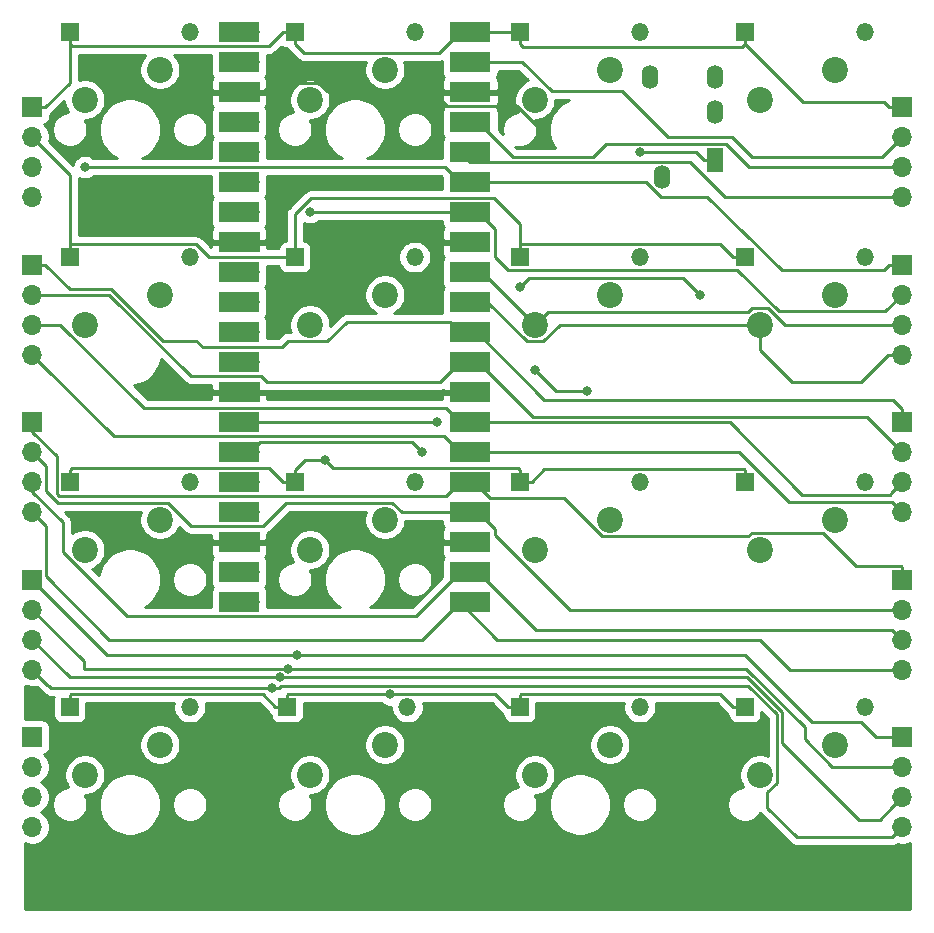
<source format=gbl>
G04 #@! TF.GenerationSoftware,KiCad,Pcbnew,5.1.5+dfsg1-2build2*
G04 #@! TF.CreationDate,2021-07-30T22:35:06+09:00*
G04 #@! TF.ProjectId,40keyboardpico,34306b65-7962-46f6-9172-647069636f2e,rev?*
G04 #@! TF.SameCoordinates,Original*
G04 #@! TF.FileFunction,Copper,L2,Bot*
G04 #@! TF.FilePolarity,Positive*
%FSLAX46Y46*%
G04 Gerber Fmt 4.6, Leading zero omitted, Abs format (unit mm)*
G04 Created by KiCad (PCBNEW 5.1.5+dfsg1-2build2) date 2021-07-30 22:35:06*
%MOMM*%
%LPD*%
G04 APERTURE LIST*
%ADD10C,2.200000*%
%ADD11O,1.700000X1.700000*%
%ADD12R,1.700000X1.700000*%
%ADD13R,3.500000X1.700000*%
%ADD14O,1.500000X1.500000*%
%ADD15R,1.500000X1.500000*%
%ADD16O,1.400000X2.000000*%
%ADD17R,1.400000X2.000000*%
%ADD18C,0.800000*%
%ADD19C,0.250000*%
%ADD20C,0.254000*%
G04 APERTURE END LIST*
D10*
X137795000Y-145415000D03*
X144145000Y-142875000D03*
D11*
X114300000Y-149860000D03*
X114300000Y-147320000D03*
X114300000Y-144780000D03*
D12*
X114300000Y-142240000D03*
X114300000Y-128905000D03*
D11*
X114300000Y-131445000D03*
X114300000Y-133985000D03*
X114300000Y-136525000D03*
X114300000Y-123190000D03*
X114300000Y-120650000D03*
X114300000Y-118110000D03*
D12*
X114300000Y-115570000D03*
X114300000Y-102235000D03*
D11*
X114300000Y-104775000D03*
X114300000Y-107315000D03*
X114300000Y-109855000D03*
X114300000Y-96520000D03*
X114300000Y-93980000D03*
X114300000Y-91440000D03*
D12*
X114300000Y-88900000D03*
X187960000Y-142240000D03*
D11*
X187960000Y-144780000D03*
X187960000Y-147320000D03*
X187960000Y-149860000D03*
X187960000Y-136525000D03*
X187960000Y-133985000D03*
X187960000Y-131445000D03*
D12*
X187960000Y-128905000D03*
X187960000Y-115570000D03*
D11*
X187960000Y-118110000D03*
X187960000Y-120650000D03*
X187960000Y-123190000D03*
D12*
X187960000Y-102235000D03*
D11*
X187960000Y-104775000D03*
X187960000Y-107315000D03*
X187960000Y-109855000D03*
X187960000Y-96520000D03*
X187960000Y-93980000D03*
X187960000Y-91440000D03*
D12*
X187960000Y-88900000D03*
D11*
X150495000Y-82550000D03*
X150495000Y-85090000D03*
D12*
X150495000Y-87630000D03*
D11*
X150495000Y-90170000D03*
X150495000Y-92710000D03*
X150495000Y-95250000D03*
X150495000Y-97790000D03*
D12*
X150495000Y-100330000D03*
D11*
X150495000Y-102870000D03*
X150495000Y-105410000D03*
X150495000Y-107950000D03*
X150495000Y-110490000D03*
D12*
X150495000Y-113030000D03*
D11*
X150495000Y-115570000D03*
X150495000Y-118110000D03*
X150495000Y-120650000D03*
X150495000Y-123190000D03*
D12*
X150495000Y-125730000D03*
D11*
X150495000Y-128270000D03*
X150495000Y-130810000D03*
X132715000Y-130810000D03*
X132715000Y-128270000D03*
D12*
X132715000Y-125730000D03*
D11*
X132715000Y-123190000D03*
X132715000Y-120650000D03*
X132715000Y-118110000D03*
X132715000Y-115570000D03*
D12*
X132715000Y-113030000D03*
D11*
X132715000Y-110490000D03*
X132715000Y-107950000D03*
X132715000Y-105410000D03*
X132715000Y-102870000D03*
D12*
X132715000Y-100330000D03*
D11*
X132715000Y-97790000D03*
X132715000Y-95250000D03*
X132715000Y-92710000D03*
X132715000Y-90170000D03*
D12*
X132715000Y-87630000D03*
D11*
X132715000Y-85090000D03*
X132715000Y-82550000D03*
D13*
X151395000Y-82550000D03*
X151395000Y-85090000D03*
X151395000Y-87630000D03*
X151395000Y-90170000D03*
X151395000Y-92710000D03*
X151395000Y-95250000D03*
X151395000Y-97790000D03*
X151395000Y-100330000D03*
X151395000Y-102870000D03*
X151395000Y-105410000D03*
X151395000Y-107950000D03*
X151395000Y-110490000D03*
X151395000Y-113030000D03*
X151395000Y-115570000D03*
X151395000Y-118110000D03*
X151395000Y-120650000D03*
X151395000Y-123190000D03*
X151395000Y-125730000D03*
X151395000Y-128270000D03*
X151395000Y-130810000D03*
X131815000Y-82550000D03*
X131815000Y-85090000D03*
X131815000Y-87630000D03*
X131815000Y-90170000D03*
X131815000Y-92710000D03*
X131815000Y-95250000D03*
X131815000Y-97790000D03*
X131815000Y-100330000D03*
X131815000Y-102870000D03*
X131815000Y-105410000D03*
X131815000Y-107950000D03*
X131815000Y-110490000D03*
X131815000Y-113030000D03*
X131815000Y-115570000D03*
X131815000Y-118110000D03*
X131815000Y-120650000D03*
X131815000Y-123190000D03*
X131815000Y-125730000D03*
X131815000Y-128270000D03*
X131815000Y-130810000D03*
D14*
X184785000Y-139700000D03*
D15*
X174625000Y-139700000D03*
D14*
X184785000Y-120650000D03*
D15*
X174625000Y-120650000D03*
D14*
X184785000Y-101600000D03*
D15*
X174625000Y-101600000D03*
X174625000Y-82550000D03*
D14*
X184785000Y-82550000D03*
D15*
X155575000Y-139700000D03*
D14*
X165735000Y-139700000D03*
D15*
X155575000Y-120650000D03*
D14*
X165735000Y-120650000D03*
D15*
X155575000Y-101600000D03*
D14*
X165735000Y-101600000D03*
X165735000Y-82550000D03*
D15*
X155575000Y-82550000D03*
D14*
X146050000Y-139700000D03*
D15*
X135890000Y-139700000D03*
D14*
X146685000Y-120650000D03*
D15*
X136525000Y-120650000D03*
X136525000Y-101600000D03*
D14*
X146685000Y-101600000D03*
X146685000Y-82550000D03*
D15*
X136525000Y-82550000D03*
X117475000Y-139700000D03*
D14*
X127635000Y-139700000D03*
D15*
X117475000Y-120650000D03*
D14*
X127635000Y-120650000D03*
D15*
X117475000Y-101600000D03*
D14*
X127635000Y-101600000D03*
X127635000Y-82550000D03*
D15*
X117475000Y-82550000D03*
D16*
X166585000Y-86345000D03*
X167585000Y-94845000D03*
D17*
X172085000Y-93345000D03*
D16*
X172085000Y-89345000D03*
X172085000Y-86345000D03*
D10*
X175895000Y-145415000D03*
X182245000Y-142875000D03*
X175895000Y-126365000D03*
X182245000Y-123825000D03*
X182245000Y-104775000D03*
X175895000Y-107315000D03*
X175895000Y-88265000D03*
X182245000Y-85725000D03*
X163195000Y-142875000D03*
X156845000Y-145415000D03*
X163195000Y-123825000D03*
X156845000Y-126365000D03*
X163195000Y-104775000D03*
X156845000Y-107315000D03*
X156845000Y-88265000D03*
X163195000Y-85725000D03*
X137795000Y-126365000D03*
X144145000Y-123825000D03*
X137795000Y-107315000D03*
X144145000Y-104775000D03*
X144145000Y-85725000D03*
X137795000Y-88265000D03*
X125095000Y-142875000D03*
X118745000Y-145415000D03*
X125095000Y-123825000D03*
X118745000Y-126365000D03*
X118745000Y-107315000D03*
X125095000Y-104775000D03*
X125095000Y-85725000D03*
X118745000Y-88265000D03*
D18*
X144585001Y-138624999D03*
X139065000Y-118745000D03*
X118745000Y-93980000D03*
X137795000Y-97790000D03*
X136705000Y-135255000D03*
X135980000Y-136435000D03*
X135255000Y-137160000D03*
X134620000Y-138069990D03*
X158115000Y-92075000D03*
X147955000Y-153035000D03*
X165735000Y-92744999D03*
X147320000Y-118110000D03*
X155575000Y-104140000D03*
X170815000Y-104775000D03*
X161290000Y-112940000D03*
X156845000Y-111125000D03*
X148590000Y-115570000D03*
D19*
X155575000Y-138700000D02*
X155575000Y-139700000D01*
X155650001Y-138624999D02*
X155575000Y-138700000D01*
X172549999Y-138624999D02*
X155650001Y-138624999D01*
X173625000Y-139700000D02*
X172549999Y-138624999D01*
X174625000Y-139700000D02*
X173625000Y-139700000D01*
X135890000Y-138700000D02*
X135890000Y-139700000D01*
X153499999Y-138624999D02*
X144585001Y-138624999D01*
X154575000Y-139700000D02*
X153499999Y-138624999D01*
X135965001Y-138624999D02*
X135890000Y-138700000D01*
X155575000Y-139700000D02*
X154575000Y-139700000D01*
X117550001Y-138624999D02*
X117475000Y-138700000D01*
X133814999Y-138624999D02*
X117550001Y-138624999D01*
X134890000Y-139700000D02*
X133814999Y-138624999D01*
X117475000Y-138700000D02*
X117475000Y-139700000D01*
X135890000Y-139700000D02*
X134890000Y-139700000D01*
X144585001Y-138624999D02*
X135965001Y-138624999D01*
X186757919Y-96520000D02*
X187960000Y-96520000D01*
X172974998Y-96520000D02*
X186757919Y-96520000D01*
X169974988Y-93519990D02*
X172974998Y-96520000D01*
X151697081Y-92710000D02*
X152507071Y-93519990D01*
X150495000Y-92710000D02*
X151697081Y-92710000D01*
X161957402Y-93580010D02*
X162017422Y-93519990D01*
X151365010Y-93580010D02*
X161957402Y-93580010D01*
X162017422Y-93519990D02*
X169974988Y-93519990D01*
X150495000Y-92710000D02*
X151365010Y-93580010D01*
X136525000Y-119650000D02*
X136525000Y-120650000D01*
X137430000Y-118745000D02*
X136525000Y-119650000D01*
X139065000Y-118745000D02*
X137430000Y-118745000D01*
X117475000Y-119650000D02*
X117475000Y-120650000D01*
X117650001Y-119474999D02*
X117475000Y-119650000D01*
X134349999Y-119474999D02*
X117650001Y-119474999D01*
X135525000Y-120650000D02*
X134349999Y-119474999D01*
X136525000Y-120650000D02*
X135525000Y-120650000D01*
X155575000Y-119650000D02*
X155575000Y-120650000D01*
X155399999Y-119474999D02*
X155575000Y-119650000D01*
X139794999Y-119474999D02*
X155399999Y-119474999D01*
X139065000Y-118745000D02*
X139794999Y-119474999D01*
X174549999Y-119574999D02*
X174625000Y-119650000D01*
X157650001Y-119574999D02*
X174549999Y-119574999D01*
X156575000Y-120650000D02*
X157650001Y-119574999D01*
X174625000Y-119650000D02*
X174625000Y-120650000D01*
X155575000Y-120650000D02*
X156575000Y-120650000D01*
X151697081Y-90170000D02*
X150495000Y-90170000D01*
X152040002Y-90170000D02*
X151697081Y-90170000D01*
X161771001Y-93130001D02*
X155000003Y-93130001D01*
X162881003Y-92019999D02*
X161771001Y-93130001D01*
X173045001Y-92019999D02*
X162881003Y-92019999D01*
X155000003Y-93130001D02*
X152040002Y-90170000D01*
X175005002Y-93980000D02*
X173045001Y-92019999D01*
X187960000Y-93980000D02*
X175005002Y-93980000D01*
X155650001Y-100524999D02*
X155575000Y-100600000D01*
X172549999Y-100524999D02*
X155650001Y-100524999D01*
X155575000Y-100600000D02*
X155575000Y-101600000D01*
X173625000Y-101600000D02*
X172549999Y-100524999D01*
X174625000Y-101600000D02*
X173625000Y-101600000D01*
X136525000Y-100600000D02*
X136525000Y-101600000D01*
X137896999Y-96614999D02*
X136525000Y-97986998D01*
X153405001Y-96614999D02*
X137896999Y-96614999D01*
X155575000Y-98784998D02*
X153405001Y-96614999D01*
X136525000Y-97986998D02*
X136525000Y-100600000D01*
X155575000Y-101600000D02*
X155575000Y-98784998D01*
X117550001Y-100524999D02*
X117475000Y-100600000D01*
X128151001Y-100524999D02*
X117550001Y-100524999D01*
X129226002Y-101600000D02*
X128151001Y-100524999D01*
X117475000Y-100600000D02*
X117475000Y-101600000D01*
X136525000Y-101600000D02*
X129226002Y-101600000D01*
X151697081Y-85090000D02*
X150495000Y-85090000D01*
X155779002Y-85090000D02*
X151697081Y-85090000D01*
X158270001Y-87580999D02*
X155779002Y-85090000D01*
X164250001Y-87580999D02*
X158270001Y-87580999D01*
X168109002Y-91440000D02*
X164250001Y-87580999D01*
X173520998Y-91440000D02*
X168109002Y-91440000D01*
X175210999Y-93130001D02*
X173520998Y-91440000D01*
X186269999Y-93130001D02*
X175210999Y-93130001D01*
X187960000Y-91440000D02*
X186269999Y-93130001D01*
X117475000Y-94615000D02*
X117475000Y-101600000D01*
X114300000Y-91440000D02*
X117475000Y-94615000D01*
X179554999Y-88479999D02*
X174625000Y-83550000D01*
X186439999Y-88479999D02*
X179554999Y-88479999D01*
X186860000Y-88900000D02*
X186439999Y-88479999D01*
X187960000Y-88900000D02*
X186860000Y-88900000D01*
X155575000Y-83550000D02*
X155575000Y-82550000D01*
X155845000Y-83820000D02*
X155575000Y-83550000D01*
X174355000Y-83820000D02*
X155845000Y-83820000D01*
X174625000Y-83550000D02*
X174355000Y-83820000D01*
X174625000Y-82550000D02*
X174625000Y-83550000D01*
X155575000Y-82550000D02*
X150495000Y-82550000D01*
X136525000Y-83550000D02*
X136525000Y-82550000D01*
X137274999Y-84299999D02*
X136525000Y-83550000D01*
X148745001Y-84299999D02*
X137274999Y-84299999D01*
X150495000Y-82550000D02*
X148745001Y-84299999D01*
X117475000Y-83550000D02*
X117475000Y-82550000D01*
X117650001Y-83725001D02*
X117475000Y-83550000D01*
X134349999Y-83725001D02*
X117650001Y-83725001D01*
X135525000Y-82550000D02*
X134349999Y-83725001D01*
X136525000Y-82550000D02*
X135525000Y-82550000D01*
X115400000Y-88900000D02*
X114300000Y-88900000D01*
X117475000Y-86825000D02*
X115400000Y-88900000D01*
X117475000Y-82550000D02*
X117475000Y-86825000D01*
X149225000Y-93980000D02*
X118745000Y-93980000D01*
X150495000Y-95250000D02*
X149225000Y-93980000D01*
X186419999Y-102675001D02*
X177785003Y-102675001D01*
X186860000Y-102235000D02*
X186419999Y-102675001D01*
X187960000Y-102235000D02*
X186860000Y-102235000D01*
X167510417Y-96520000D02*
X171450000Y-96520000D01*
X166240417Y-95250000D02*
X167510417Y-96520000D01*
X150495000Y-95250000D02*
X166240417Y-95250000D01*
X177785003Y-102675001D02*
X171450000Y-96520000D01*
X150495000Y-97790000D02*
X137795000Y-97790000D01*
X151697081Y-97790000D02*
X150495000Y-97790000D01*
X153470001Y-101580003D02*
X153470001Y-99219999D01*
X154564999Y-102675001D02*
X153470001Y-101580003D01*
X153470001Y-99219999D02*
X152040002Y-97790000D01*
X174000413Y-102675001D02*
X154564999Y-102675001D01*
X152040002Y-97790000D02*
X151697081Y-97790000D01*
X177525413Y-106200001D02*
X174000413Y-102675001D01*
X186534999Y-106200001D02*
X177525413Y-106200001D01*
X187960000Y-104775000D02*
X186534999Y-106200001D01*
X152400000Y-102870000D02*
X156845000Y-107315000D01*
X150495000Y-102870000D02*
X152400000Y-102870000D01*
X186757919Y-107315000D02*
X187960000Y-107315000D01*
X178004002Y-107315000D02*
X186757919Y-107315000D01*
X176579001Y-105889999D02*
X178004002Y-107315000D01*
X175210999Y-105889999D02*
X176579001Y-105889999D01*
X174885997Y-106215001D02*
X175210999Y-105889999D01*
X157944999Y-106215001D02*
X174885997Y-106215001D01*
X156845000Y-107315000D02*
X157944999Y-106215001D01*
X175895000Y-108870634D02*
X175895000Y-107315000D01*
X175895000Y-109486002D02*
X175895000Y-108870634D01*
X178588999Y-112180001D02*
X175895000Y-109486002D01*
X184432918Y-112180001D02*
X178588999Y-112180001D01*
X186757919Y-109855000D02*
X184432918Y-112180001D01*
X187960000Y-109855000D02*
X186757919Y-109855000D01*
X152830998Y-105410000D02*
X151697081Y-105410000D01*
X156160999Y-108740001D02*
X152830998Y-105410000D01*
X157529001Y-108740001D02*
X156160999Y-108740001D01*
X158954002Y-107315000D02*
X157529001Y-108740001D01*
X151697081Y-105410000D02*
X150495000Y-105410000D01*
X175895000Y-107315000D02*
X158954002Y-107315000D01*
X128199001Y-108679999D02*
X128739002Y-109220000D01*
X125357407Y-108679999D02*
X128199001Y-108679999D01*
X121002399Y-104324991D02*
X125357407Y-108679999D01*
X117489990Y-104324990D02*
X121002399Y-104324991D01*
X115400000Y-102235000D02*
X117489990Y-104324990D01*
X114300000Y-102235000D02*
X115400000Y-102235000D01*
X149645001Y-107100001D02*
X150495000Y-107950000D01*
X140918997Y-107100001D02*
X149645001Y-107100001D01*
X137050997Y-108679999D02*
X137110999Y-108740001D01*
X135960999Y-108679999D02*
X137050997Y-108679999D01*
X137110999Y-108740001D02*
X139278997Y-108740001D01*
X135420998Y-109220000D02*
X135960999Y-108679999D01*
X139278997Y-108740001D02*
X140918997Y-107100001D01*
X128739002Y-109220000D02*
X135420998Y-109220000D01*
X151930998Y-107950000D02*
X157645998Y-113665000D01*
X150495000Y-107950000D02*
X151930998Y-107950000D01*
X187960000Y-114470000D02*
X187960000Y-115570000D01*
X187155000Y-113665000D02*
X187960000Y-114470000D01*
X157645998Y-113665000D02*
X187155000Y-113665000D01*
X151697081Y-110490000D02*
X150495000Y-110490000D01*
X152040002Y-110490000D02*
X151697081Y-110490000D01*
X156669992Y-115119990D02*
X152040002Y-110490000D01*
X184969990Y-115119990D02*
X156669992Y-115119990D01*
X187960000Y-118110000D02*
X184969990Y-115119990D01*
X127705999Y-111665001D02*
X120815998Y-104775000D01*
X120815998Y-104775000D02*
X115502081Y-104775000D01*
X133635003Y-111665001D02*
X127705999Y-111665001D01*
X134150003Y-112180001D02*
X133635003Y-111665001D01*
X115502081Y-104775000D02*
X114300000Y-104775000D01*
X148804999Y-112180001D02*
X134150003Y-112180001D01*
X150495000Y-110490000D02*
X148804999Y-112180001D01*
X115502081Y-107315000D02*
X114300000Y-107315000D01*
X116674002Y-107315000D02*
X115502081Y-107315000D01*
X123754001Y-114394999D02*
X116674002Y-107315000D01*
X149319999Y-114394999D02*
X123754001Y-114394999D01*
X150495000Y-115570000D02*
X149319999Y-114394999D01*
X150495000Y-115570000D02*
X173355000Y-115570000D01*
X187110001Y-121499999D02*
X187960000Y-120650000D01*
X186884999Y-121725001D02*
X187110001Y-121499999D01*
X179510001Y-121725001D02*
X186884999Y-121725001D01*
X173355000Y-115570000D02*
X179510001Y-121725001D01*
X151697081Y-118110000D02*
X150495000Y-118110000D01*
X174170002Y-118110000D02*
X151697081Y-118110000D01*
X187110001Y-122340001D02*
X178400003Y-122340001D01*
X178400003Y-122340001D02*
X174170002Y-118110000D01*
X187960000Y-123190000D02*
X187110001Y-122340001D01*
X115149999Y-110704999D02*
X114300000Y-109855000D01*
X121190001Y-116745001D02*
X115149999Y-110704999D01*
X149130001Y-116745001D02*
X121190001Y-116745001D01*
X150495000Y-118110000D02*
X149130001Y-116745001D01*
X187960000Y-136525000D02*
X178435000Y-136525000D01*
X178435000Y-136525000D02*
X175895000Y-133985000D01*
X147320000Y-133985000D02*
X150495000Y-130810000D01*
X120815998Y-133985000D02*
X147320000Y-133985000D01*
X115475001Y-128644003D02*
X120815998Y-133985000D01*
X115475001Y-124365001D02*
X115475001Y-128644003D01*
X114300000Y-123190000D02*
X115475001Y-124365001D01*
X150495000Y-130810000D02*
X153670000Y-133985000D01*
X153670000Y-133985000D02*
X175895000Y-133985000D01*
X149645001Y-129119999D02*
X150495000Y-128270000D01*
X146779999Y-131985001D02*
X149645001Y-129119999D01*
X122294003Y-131985001D02*
X146779999Y-131985001D01*
X116910999Y-126601997D02*
X122294003Y-131985001D01*
X152040002Y-128270000D02*
X150495000Y-128270000D01*
X156905003Y-133135001D02*
X152040002Y-128270000D01*
X187110001Y-133135001D02*
X156905003Y-133135001D01*
X187960000Y-133985000D02*
X187110001Y-133135001D01*
X116910999Y-124061997D02*
X116910999Y-126601997D01*
X114300000Y-121450998D02*
X116910999Y-124061997D01*
X114300000Y-120650000D02*
X114300000Y-121450998D01*
X152040002Y-123190000D02*
X151697081Y-123190000D01*
X153470001Y-124619999D02*
X152040002Y-123190000D01*
X153470001Y-125099003D02*
X153470001Y-124619999D01*
X151697081Y-123190000D02*
X150495000Y-123190000D01*
X159815998Y-131445000D02*
X153470001Y-125099003D01*
X187960000Y-131445000D02*
X159815998Y-131445000D01*
X116503587Y-122399999D02*
X115475001Y-121371413D01*
X127744003Y-124365001D02*
X125779001Y-122399999D01*
X115149999Y-118959999D02*
X114300000Y-118110000D01*
X133825001Y-124365001D02*
X127744003Y-124365001D01*
X115475001Y-119285001D02*
X115149999Y-118959999D01*
X135790003Y-122399999D02*
X133825001Y-124365001D01*
X115475001Y-121371413D02*
X115475001Y-119285001D01*
X144780000Y-122399999D02*
X135790003Y-122399999D01*
X125779001Y-122399999D02*
X116503587Y-122399999D01*
X145570001Y-123190000D02*
X144780000Y-122399999D01*
X150495000Y-123190000D02*
X145570001Y-123190000D01*
X149645001Y-121499999D02*
X150495000Y-120650000D01*
X149319999Y-121825001D02*
X149645001Y-121499999D01*
X116564999Y-121825001D02*
X149319999Y-121825001D01*
X116399999Y-121660001D02*
X116564999Y-121825001D01*
X116399999Y-118470997D02*
X116399999Y-121660001D01*
X114300000Y-116370998D02*
X116399999Y-118470997D01*
X114300000Y-115570000D02*
X114300000Y-116370998D01*
X187960000Y-127805000D02*
X187960000Y-128905000D01*
X181250997Y-124939999D02*
X184040997Y-127729999D01*
X174900997Y-125250001D02*
X175210999Y-124939999D01*
X162510999Y-125250001D02*
X174900997Y-125250001D01*
X184040997Y-127729999D02*
X187884999Y-127729999D01*
X159275997Y-122014999D02*
X162510999Y-125250001D01*
X187884999Y-127729999D02*
X187960000Y-127805000D01*
X153062080Y-122014999D02*
X159275997Y-122014999D01*
X175210999Y-124939999D02*
X181250997Y-124939999D01*
X151697081Y-120650000D02*
X153062080Y-122014999D01*
X150495000Y-120650000D02*
X151697081Y-120650000D01*
X120650000Y-135255000D02*
X114300000Y-128905000D01*
X136705000Y-135255000D02*
X120650000Y-135255000D01*
X185733998Y-142240000D02*
X184463998Y-140970000D01*
X187960000Y-142240000D02*
X185733998Y-142240000D01*
X184463998Y-140970000D02*
X180340000Y-140970000D01*
X137270685Y-135255000D02*
X136705000Y-135255000D01*
X174625000Y-135255000D02*
X137270685Y-135255000D01*
X180340000Y-140970000D02*
X174625000Y-135255000D01*
X135980000Y-136435000D02*
X118655000Y-136435000D01*
X118655000Y-135800000D02*
X114300000Y-131445000D01*
X118655000Y-136435000D02*
X118655000Y-135800000D01*
X174717822Y-136435000D02*
X179705000Y-141422178D01*
X135980000Y-136435000D02*
X174717822Y-136435000D01*
X186757919Y-144780000D02*
X187960000Y-144780000D01*
X182040998Y-144780000D02*
X186757919Y-144780000D01*
X179705000Y-142444002D02*
X182040998Y-144780000D01*
X179705000Y-141422178D02*
X179705000Y-142444002D01*
X135255000Y-137160000D02*
X117475000Y-137160000D01*
X117475000Y-137160000D02*
X114300000Y-133985000D01*
X174806412Y-137160000D02*
X177800000Y-140153588D01*
X135255000Y-137160000D02*
X174806412Y-137160000D01*
X187110001Y-148169999D02*
X187960000Y-147320000D01*
X184315998Y-149225000D02*
X186055000Y-149225000D01*
X177800000Y-142709002D02*
X184315998Y-149225000D01*
X186055000Y-149225000D02*
X187110001Y-148169999D01*
X177800000Y-140153588D02*
X177800000Y-142709002D01*
X114300000Y-136525000D02*
X115570000Y-137795000D01*
X177320001Y-140309999D02*
X177320001Y-146099001D01*
X177320001Y-146099001D02*
X176530000Y-146889002D01*
X187110001Y-150709999D02*
X187960000Y-149860000D01*
X179018997Y-150709999D02*
X187110001Y-150709999D01*
X176530000Y-148221002D02*
X179018997Y-150709999D01*
X176530000Y-146889002D02*
X176530000Y-148221002D01*
X115844990Y-138069990D02*
X114300000Y-136525000D01*
X134620000Y-138069990D02*
X115844990Y-138069990D01*
X135355677Y-137899998D02*
X174910000Y-137899998D01*
X135185685Y-138069990D02*
X135355677Y-137899998D01*
X134620000Y-138069990D02*
X135185685Y-138069990D01*
X174910000Y-137899998D02*
X177320001Y-140309999D01*
X158115000Y-91605998D02*
X158115000Y-92075000D01*
X155314003Y-88805001D02*
X158115000Y-91605998D01*
X149384999Y-88805001D02*
X155314003Y-88805001D01*
X148160997Y-87580999D02*
X149384999Y-88805001D01*
X139220001Y-87580999D02*
X148160997Y-87580999D01*
X138479001Y-86839999D02*
X139220001Y-87580999D01*
X134605001Y-86839999D02*
X138479001Y-86839999D01*
X133815000Y-87630000D02*
X134605001Y-86839999D01*
X132715000Y-87630000D02*
X133815000Y-87630000D01*
X170534999Y-92744999D02*
X165735000Y-92744999D01*
X171135000Y-93345000D02*
X170534999Y-92744999D01*
X172085000Y-93345000D02*
X171135000Y-93345000D01*
X146470001Y-117260001D02*
X147320000Y-118110000D01*
X133564999Y-117260001D02*
X146470001Y-117260001D01*
X132715000Y-118110000D02*
X133564999Y-117260001D01*
X169389999Y-103349999D02*
X170815000Y-104775000D01*
X156365001Y-103349999D02*
X169389999Y-103349999D01*
X155575000Y-104140000D02*
X156365001Y-103349999D01*
X158660000Y-112940000D02*
X156845000Y-111125000D01*
X161290000Y-112940000D02*
X158660000Y-112940000D01*
X148590000Y-115570000D02*
X132715000Y-115570000D01*
D20*
G36*
X113866842Y-137952932D02*
G01*
X114153740Y-138010000D01*
X114446260Y-138010000D01*
X114666408Y-137966210D01*
X115281191Y-138580993D01*
X115304989Y-138609991D01*
X115420714Y-138704964D01*
X115552743Y-138775536D01*
X115696004Y-138818993D01*
X115807657Y-138829990D01*
X115807667Y-138829990D01*
X115844990Y-138833666D01*
X115882313Y-138829990D01*
X116098748Y-138829990D01*
X116086928Y-138950000D01*
X116086928Y-140450000D01*
X116099188Y-140574482D01*
X116135498Y-140694180D01*
X116194463Y-140804494D01*
X116273815Y-140901185D01*
X116370506Y-140980537D01*
X116480820Y-141039502D01*
X116600518Y-141075812D01*
X116725000Y-141088072D01*
X118225000Y-141088072D01*
X118349482Y-141075812D01*
X118469180Y-141039502D01*
X118579494Y-140980537D01*
X118676185Y-140901185D01*
X118755537Y-140804494D01*
X118814502Y-140694180D01*
X118850812Y-140574482D01*
X118863072Y-140450000D01*
X118863072Y-139384999D01*
X126285524Y-139384999D01*
X126250000Y-139563589D01*
X126250000Y-139836411D01*
X126303225Y-140103989D01*
X126407629Y-140356043D01*
X126559201Y-140582886D01*
X126752114Y-140775799D01*
X126978957Y-140927371D01*
X127231011Y-141031775D01*
X127498589Y-141085000D01*
X127771411Y-141085000D01*
X128038989Y-141031775D01*
X128291043Y-140927371D01*
X128517886Y-140775799D01*
X128710799Y-140582886D01*
X128862371Y-140356043D01*
X128966775Y-140103989D01*
X129020000Y-139836411D01*
X129020000Y-139563589D01*
X128984476Y-139384999D01*
X133500198Y-139384999D01*
X134326201Y-140211003D01*
X134349999Y-140240001D01*
X134378997Y-140263799D01*
X134465723Y-140334974D01*
X134501928Y-140354326D01*
X134501928Y-140450000D01*
X134514188Y-140574482D01*
X134550498Y-140694180D01*
X134609463Y-140804494D01*
X134688815Y-140901185D01*
X134785506Y-140980537D01*
X134895820Y-141039502D01*
X135015518Y-141075812D01*
X135140000Y-141088072D01*
X136640000Y-141088072D01*
X136764482Y-141075812D01*
X136884180Y-141039502D01*
X136994494Y-140980537D01*
X137091185Y-140901185D01*
X137170537Y-140804494D01*
X137229502Y-140694180D01*
X137265812Y-140574482D01*
X137278072Y-140450000D01*
X137278072Y-139384999D01*
X143881290Y-139384999D01*
X143925227Y-139428936D01*
X144094745Y-139542204D01*
X144283103Y-139620225D01*
X144483062Y-139659999D01*
X144665000Y-139659999D01*
X144665000Y-139836411D01*
X144718225Y-140103989D01*
X144822629Y-140356043D01*
X144974201Y-140582886D01*
X145167114Y-140775799D01*
X145393957Y-140927371D01*
X145646011Y-141031775D01*
X145913589Y-141085000D01*
X146186411Y-141085000D01*
X146453989Y-141031775D01*
X146706043Y-140927371D01*
X146932886Y-140775799D01*
X147125799Y-140582886D01*
X147277371Y-140356043D01*
X147381775Y-140103989D01*
X147435000Y-139836411D01*
X147435000Y-139563589D01*
X147399476Y-139384999D01*
X153185198Y-139384999D01*
X154011201Y-140211003D01*
X154034999Y-140240001D01*
X154063997Y-140263799D01*
X154150723Y-140334974D01*
X154186928Y-140354326D01*
X154186928Y-140450000D01*
X154199188Y-140574482D01*
X154235498Y-140694180D01*
X154294463Y-140804494D01*
X154373815Y-140901185D01*
X154470506Y-140980537D01*
X154580820Y-141039502D01*
X154700518Y-141075812D01*
X154825000Y-141088072D01*
X156325000Y-141088072D01*
X156449482Y-141075812D01*
X156569180Y-141039502D01*
X156679494Y-140980537D01*
X156776185Y-140901185D01*
X156855537Y-140804494D01*
X156914502Y-140694180D01*
X156950812Y-140574482D01*
X156963072Y-140450000D01*
X156963072Y-139384999D01*
X164385524Y-139384999D01*
X164350000Y-139563589D01*
X164350000Y-139836411D01*
X164403225Y-140103989D01*
X164507629Y-140356043D01*
X164659201Y-140582886D01*
X164852114Y-140775799D01*
X165078957Y-140927371D01*
X165331011Y-141031775D01*
X165598589Y-141085000D01*
X165871411Y-141085000D01*
X166138989Y-141031775D01*
X166391043Y-140927371D01*
X166617886Y-140775799D01*
X166810799Y-140582886D01*
X166962371Y-140356043D01*
X167066775Y-140103989D01*
X167120000Y-139836411D01*
X167120000Y-139563589D01*
X167084476Y-139384999D01*
X172235198Y-139384999D01*
X173061201Y-140211003D01*
X173084999Y-140240001D01*
X173113997Y-140263799D01*
X173200723Y-140334974D01*
X173236928Y-140354326D01*
X173236928Y-140450000D01*
X173249188Y-140574482D01*
X173285498Y-140694180D01*
X173344463Y-140804494D01*
X173423815Y-140901185D01*
X173520506Y-140980537D01*
X173630820Y-141039502D01*
X173750518Y-141075812D01*
X173875000Y-141088072D01*
X175375000Y-141088072D01*
X175499482Y-141075812D01*
X175619180Y-141039502D01*
X175729494Y-140980537D01*
X175826185Y-140901185D01*
X175905537Y-140804494D01*
X175964502Y-140694180D01*
X176000812Y-140574482D01*
X176013072Y-140450000D01*
X176013072Y-140077872D01*
X176560001Y-140624801D01*
X176560002Y-143812502D01*
X176401081Y-143746675D01*
X176065883Y-143680000D01*
X175724117Y-143680000D01*
X175388919Y-143746675D01*
X175073169Y-143877463D01*
X174789002Y-144067337D01*
X174547337Y-144309002D01*
X174357463Y-144593169D01*
X174226675Y-144908919D01*
X174160000Y-145244117D01*
X174160000Y-145585883D01*
X174226675Y-145921081D01*
X174357463Y-146236831D01*
X174513261Y-146470000D01*
X174478740Y-146470000D01*
X174191842Y-146527068D01*
X173921589Y-146639010D01*
X173678368Y-146801525D01*
X173471525Y-147008368D01*
X173309010Y-147251589D01*
X173197068Y-147521842D01*
X173140000Y-147808740D01*
X173140000Y-148101260D01*
X173197068Y-148388158D01*
X173309010Y-148658411D01*
X173471525Y-148901632D01*
X173678368Y-149108475D01*
X173921589Y-149270990D01*
X174191842Y-149382932D01*
X174478740Y-149440000D01*
X174771260Y-149440000D01*
X175058158Y-149382932D01*
X175328411Y-149270990D01*
X175571632Y-149108475D01*
X175778475Y-148901632D01*
X175925199Y-148682044D01*
X175927625Y-148684999D01*
X175990000Y-148761003D01*
X176018998Y-148784801D01*
X178455198Y-151221002D01*
X178478996Y-151250000D01*
X178594721Y-151344973D01*
X178726750Y-151415545D01*
X178870011Y-151459002D01*
X178981664Y-151469999D01*
X178981673Y-151469999D01*
X179018996Y-151473675D01*
X179056319Y-151469999D01*
X187072679Y-151469999D01*
X187110001Y-151473675D01*
X187147323Y-151469999D01*
X187147334Y-151469999D01*
X187258987Y-151459002D01*
X187402248Y-151415545D01*
X187534277Y-151344973D01*
X187588771Y-151300251D01*
X187813740Y-151345000D01*
X188106260Y-151345000D01*
X188393158Y-151287932D01*
X188570000Y-151214682D01*
X188570000Y-156820000D01*
X113690000Y-156820000D01*
X113690000Y-151214682D01*
X113866842Y-151287932D01*
X114153740Y-151345000D01*
X114446260Y-151345000D01*
X114733158Y-151287932D01*
X115003411Y-151175990D01*
X115246632Y-151013475D01*
X115453475Y-150806632D01*
X115615990Y-150563411D01*
X115727932Y-150293158D01*
X115785000Y-150006260D01*
X115785000Y-149713740D01*
X115727932Y-149426842D01*
X115615990Y-149156589D01*
X115453475Y-148913368D01*
X115246632Y-148706525D01*
X115072240Y-148590000D01*
X115246632Y-148473475D01*
X115453475Y-148266632D01*
X115615990Y-148023411D01*
X115704909Y-147808740D01*
X115990000Y-147808740D01*
X115990000Y-148101260D01*
X116047068Y-148388158D01*
X116159010Y-148658411D01*
X116321525Y-148901632D01*
X116528368Y-149108475D01*
X116771589Y-149270990D01*
X117041842Y-149382932D01*
X117328740Y-149440000D01*
X117621260Y-149440000D01*
X117908158Y-149382932D01*
X118178411Y-149270990D01*
X118421632Y-149108475D01*
X118628475Y-148901632D01*
X118790990Y-148658411D01*
X118902932Y-148388158D01*
X118960000Y-148101260D01*
X118960000Y-147808740D01*
X118937471Y-147695475D01*
X119920000Y-147695475D01*
X119920000Y-148214525D01*
X120021261Y-148723601D01*
X120219893Y-149203141D01*
X120508262Y-149634715D01*
X120875285Y-150001738D01*
X121306859Y-150290107D01*
X121786399Y-150488739D01*
X122295475Y-150590000D01*
X122814525Y-150590000D01*
X123323601Y-150488739D01*
X123803141Y-150290107D01*
X124234715Y-150001738D01*
X124601738Y-149634715D01*
X124890107Y-149203141D01*
X125088739Y-148723601D01*
X125190000Y-148214525D01*
X125190000Y-147808740D01*
X126150000Y-147808740D01*
X126150000Y-148101260D01*
X126207068Y-148388158D01*
X126319010Y-148658411D01*
X126481525Y-148901632D01*
X126688368Y-149108475D01*
X126931589Y-149270990D01*
X127201842Y-149382932D01*
X127488740Y-149440000D01*
X127781260Y-149440000D01*
X128068158Y-149382932D01*
X128338411Y-149270990D01*
X128581632Y-149108475D01*
X128788475Y-148901632D01*
X128950990Y-148658411D01*
X129062932Y-148388158D01*
X129120000Y-148101260D01*
X129120000Y-147808740D01*
X135040000Y-147808740D01*
X135040000Y-148101260D01*
X135097068Y-148388158D01*
X135209010Y-148658411D01*
X135371525Y-148901632D01*
X135578368Y-149108475D01*
X135821589Y-149270990D01*
X136091842Y-149382932D01*
X136378740Y-149440000D01*
X136671260Y-149440000D01*
X136958158Y-149382932D01*
X137228411Y-149270990D01*
X137471632Y-149108475D01*
X137678475Y-148901632D01*
X137840990Y-148658411D01*
X137952932Y-148388158D01*
X138010000Y-148101260D01*
X138010000Y-147808740D01*
X137987471Y-147695475D01*
X138970000Y-147695475D01*
X138970000Y-148214525D01*
X139071261Y-148723601D01*
X139269893Y-149203141D01*
X139558262Y-149634715D01*
X139925285Y-150001738D01*
X140356859Y-150290107D01*
X140836399Y-150488739D01*
X141345475Y-150590000D01*
X141864525Y-150590000D01*
X142373601Y-150488739D01*
X142853141Y-150290107D01*
X143284715Y-150001738D01*
X143651738Y-149634715D01*
X143940107Y-149203141D01*
X144138739Y-148723601D01*
X144240000Y-148214525D01*
X144240000Y-147808740D01*
X145200000Y-147808740D01*
X145200000Y-148101260D01*
X145257068Y-148388158D01*
X145369010Y-148658411D01*
X145531525Y-148901632D01*
X145738368Y-149108475D01*
X145981589Y-149270990D01*
X146251842Y-149382932D01*
X146538740Y-149440000D01*
X146831260Y-149440000D01*
X147118158Y-149382932D01*
X147388411Y-149270990D01*
X147631632Y-149108475D01*
X147838475Y-148901632D01*
X148000990Y-148658411D01*
X148112932Y-148388158D01*
X148170000Y-148101260D01*
X148170000Y-147808740D01*
X154090000Y-147808740D01*
X154090000Y-148101260D01*
X154147068Y-148388158D01*
X154259010Y-148658411D01*
X154421525Y-148901632D01*
X154628368Y-149108475D01*
X154871589Y-149270990D01*
X155141842Y-149382932D01*
X155428740Y-149440000D01*
X155721260Y-149440000D01*
X156008158Y-149382932D01*
X156278411Y-149270990D01*
X156521632Y-149108475D01*
X156728475Y-148901632D01*
X156890990Y-148658411D01*
X157002932Y-148388158D01*
X157060000Y-148101260D01*
X157060000Y-147808740D01*
X157037471Y-147695475D01*
X158020000Y-147695475D01*
X158020000Y-148214525D01*
X158121261Y-148723601D01*
X158319893Y-149203141D01*
X158608262Y-149634715D01*
X158975285Y-150001738D01*
X159406859Y-150290107D01*
X159886399Y-150488739D01*
X160395475Y-150590000D01*
X160914525Y-150590000D01*
X161423601Y-150488739D01*
X161903141Y-150290107D01*
X162334715Y-150001738D01*
X162701738Y-149634715D01*
X162990107Y-149203141D01*
X163188739Y-148723601D01*
X163290000Y-148214525D01*
X163290000Y-147808740D01*
X164250000Y-147808740D01*
X164250000Y-148101260D01*
X164307068Y-148388158D01*
X164419010Y-148658411D01*
X164581525Y-148901632D01*
X164788368Y-149108475D01*
X165031589Y-149270990D01*
X165301842Y-149382932D01*
X165588740Y-149440000D01*
X165881260Y-149440000D01*
X166168158Y-149382932D01*
X166438411Y-149270990D01*
X166681632Y-149108475D01*
X166888475Y-148901632D01*
X167050990Y-148658411D01*
X167162932Y-148388158D01*
X167220000Y-148101260D01*
X167220000Y-147808740D01*
X167162932Y-147521842D01*
X167050990Y-147251589D01*
X166888475Y-147008368D01*
X166681632Y-146801525D01*
X166438411Y-146639010D01*
X166168158Y-146527068D01*
X165881260Y-146470000D01*
X165588740Y-146470000D01*
X165301842Y-146527068D01*
X165031589Y-146639010D01*
X164788368Y-146801525D01*
X164581525Y-147008368D01*
X164419010Y-147251589D01*
X164307068Y-147521842D01*
X164250000Y-147808740D01*
X163290000Y-147808740D01*
X163290000Y-147695475D01*
X163188739Y-147186399D01*
X162990107Y-146706859D01*
X162701738Y-146275285D01*
X162334715Y-145908262D01*
X161903141Y-145619893D01*
X161423601Y-145421261D01*
X160914525Y-145320000D01*
X160395475Y-145320000D01*
X159886399Y-145421261D01*
X159406859Y-145619893D01*
X158975285Y-145908262D01*
X158608262Y-146275285D01*
X158319893Y-146706859D01*
X158121261Y-147186399D01*
X158020000Y-147695475D01*
X157037471Y-147695475D01*
X157002932Y-147521842D01*
X156890990Y-147251589D01*
X156823110Y-147150000D01*
X157015883Y-147150000D01*
X157351081Y-147083325D01*
X157666831Y-146952537D01*
X157950998Y-146762663D01*
X158192663Y-146520998D01*
X158382537Y-146236831D01*
X158513325Y-145921081D01*
X158580000Y-145585883D01*
X158580000Y-145244117D01*
X158513325Y-144908919D01*
X158382537Y-144593169D01*
X158192663Y-144309002D01*
X157950998Y-144067337D01*
X157666831Y-143877463D01*
X157351081Y-143746675D01*
X157015883Y-143680000D01*
X156674117Y-143680000D01*
X156338919Y-143746675D01*
X156023169Y-143877463D01*
X155739002Y-144067337D01*
X155497337Y-144309002D01*
X155307463Y-144593169D01*
X155176675Y-144908919D01*
X155110000Y-145244117D01*
X155110000Y-145585883D01*
X155176675Y-145921081D01*
X155307463Y-146236831D01*
X155463261Y-146470000D01*
X155428740Y-146470000D01*
X155141842Y-146527068D01*
X154871589Y-146639010D01*
X154628368Y-146801525D01*
X154421525Y-147008368D01*
X154259010Y-147251589D01*
X154147068Y-147521842D01*
X154090000Y-147808740D01*
X148170000Y-147808740D01*
X148112932Y-147521842D01*
X148000990Y-147251589D01*
X147838475Y-147008368D01*
X147631632Y-146801525D01*
X147388411Y-146639010D01*
X147118158Y-146527068D01*
X146831260Y-146470000D01*
X146538740Y-146470000D01*
X146251842Y-146527068D01*
X145981589Y-146639010D01*
X145738368Y-146801525D01*
X145531525Y-147008368D01*
X145369010Y-147251589D01*
X145257068Y-147521842D01*
X145200000Y-147808740D01*
X144240000Y-147808740D01*
X144240000Y-147695475D01*
X144138739Y-147186399D01*
X143940107Y-146706859D01*
X143651738Y-146275285D01*
X143284715Y-145908262D01*
X142853141Y-145619893D01*
X142373601Y-145421261D01*
X141864525Y-145320000D01*
X141345475Y-145320000D01*
X140836399Y-145421261D01*
X140356859Y-145619893D01*
X139925285Y-145908262D01*
X139558262Y-146275285D01*
X139269893Y-146706859D01*
X139071261Y-147186399D01*
X138970000Y-147695475D01*
X137987471Y-147695475D01*
X137952932Y-147521842D01*
X137840990Y-147251589D01*
X137773110Y-147150000D01*
X137965883Y-147150000D01*
X138301081Y-147083325D01*
X138616831Y-146952537D01*
X138900998Y-146762663D01*
X139142663Y-146520998D01*
X139332537Y-146236831D01*
X139463325Y-145921081D01*
X139530000Y-145585883D01*
X139530000Y-145244117D01*
X139463325Y-144908919D01*
X139332537Y-144593169D01*
X139142663Y-144309002D01*
X138900998Y-144067337D01*
X138616831Y-143877463D01*
X138301081Y-143746675D01*
X137965883Y-143680000D01*
X137624117Y-143680000D01*
X137288919Y-143746675D01*
X136973169Y-143877463D01*
X136689002Y-144067337D01*
X136447337Y-144309002D01*
X136257463Y-144593169D01*
X136126675Y-144908919D01*
X136060000Y-145244117D01*
X136060000Y-145585883D01*
X136126675Y-145921081D01*
X136257463Y-146236831D01*
X136413261Y-146470000D01*
X136378740Y-146470000D01*
X136091842Y-146527068D01*
X135821589Y-146639010D01*
X135578368Y-146801525D01*
X135371525Y-147008368D01*
X135209010Y-147251589D01*
X135097068Y-147521842D01*
X135040000Y-147808740D01*
X129120000Y-147808740D01*
X129062932Y-147521842D01*
X128950990Y-147251589D01*
X128788475Y-147008368D01*
X128581632Y-146801525D01*
X128338411Y-146639010D01*
X128068158Y-146527068D01*
X127781260Y-146470000D01*
X127488740Y-146470000D01*
X127201842Y-146527068D01*
X126931589Y-146639010D01*
X126688368Y-146801525D01*
X126481525Y-147008368D01*
X126319010Y-147251589D01*
X126207068Y-147521842D01*
X126150000Y-147808740D01*
X125190000Y-147808740D01*
X125190000Y-147695475D01*
X125088739Y-147186399D01*
X124890107Y-146706859D01*
X124601738Y-146275285D01*
X124234715Y-145908262D01*
X123803141Y-145619893D01*
X123323601Y-145421261D01*
X122814525Y-145320000D01*
X122295475Y-145320000D01*
X121786399Y-145421261D01*
X121306859Y-145619893D01*
X120875285Y-145908262D01*
X120508262Y-146275285D01*
X120219893Y-146706859D01*
X120021261Y-147186399D01*
X119920000Y-147695475D01*
X118937471Y-147695475D01*
X118902932Y-147521842D01*
X118790990Y-147251589D01*
X118723110Y-147150000D01*
X118915883Y-147150000D01*
X119251081Y-147083325D01*
X119566831Y-146952537D01*
X119850998Y-146762663D01*
X120092663Y-146520998D01*
X120282537Y-146236831D01*
X120413325Y-145921081D01*
X120480000Y-145585883D01*
X120480000Y-145244117D01*
X120413325Y-144908919D01*
X120282537Y-144593169D01*
X120092663Y-144309002D01*
X119850998Y-144067337D01*
X119566831Y-143877463D01*
X119251081Y-143746675D01*
X118915883Y-143680000D01*
X118574117Y-143680000D01*
X118238919Y-143746675D01*
X117923169Y-143877463D01*
X117639002Y-144067337D01*
X117397337Y-144309002D01*
X117207463Y-144593169D01*
X117076675Y-144908919D01*
X117010000Y-145244117D01*
X117010000Y-145585883D01*
X117076675Y-145921081D01*
X117207463Y-146236831D01*
X117363261Y-146470000D01*
X117328740Y-146470000D01*
X117041842Y-146527068D01*
X116771589Y-146639010D01*
X116528368Y-146801525D01*
X116321525Y-147008368D01*
X116159010Y-147251589D01*
X116047068Y-147521842D01*
X115990000Y-147808740D01*
X115704909Y-147808740D01*
X115727932Y-147753158D01*
X115785000Y-147466260D01*
X115785000Y-147173740D01*
X115727932Y-146886842D01*
X115615990Y-146616589D01*
X115453475Y-146373368D01*
X115246632Y-146166525D01*
X115072240Y-146050000D01*
X115246632Y-145933475D01*
X115453475Y-145726632D01*
X115615990Y-145483411D01*
X115727932Y-145213158D01*
X115785000Y-144926260D01*
X115785000Y-144633740D01*
X115727932Y-144346842D01*
X115615990Y-144076589D01*
X115453475Y-143833368D01*
X115321620Y-143701513D01*
X115394180Y-143679502D01*
X115504494Y-143620537D01*
X115601185Y-143541185D01*
X115680537Y-143444494D01*
X115739502Y-143334180D01*
X115775812Y-143214482D01*
X115788072Y-143090000D01*
X115788072Y-142704117D01*
X123360000Y-142704117D01*
X123360000Y-143045883D01*
X123426675Y-143381081D01*
X123557463Y-143696831D01*
X123747337Y-143980998D01*
X123989002Y-144222663D01*
X124273169Y-144412537D01*
X124588919Y-144543325D01*
X124924117Y-144610000D01*
X125265883Y-144610000D01*
X125601081Y-144543325D01*
X125916831Y-144412537D01*
X126200998Y-144222663D01*
X126442663Y-143980998D01*
X126632537Y-143696831D01*
X126763325Y-143381081D01*
X126830000Y-143045883D01*
X126830000Y-142704117D01*
X142410000Y-142704117D01*
X142410000Y-143045883D01*
X142476675Y-143381081D01*
X142607463Y-143696831D01*
X142797337Y-143980998D01*
X143039002Y-144222663D01*
X143323169Y-144412537D01*
X143638919Y-144543325D01*
X143974117Y-144610000D01*
X144315883Y-144610000D01*
X144651081Y-144543325D01*
X144966831Y-144412537D01*
X145250998Y-144222663D01*
X145492663Y-143980998D01*
X145682537Y-143696831D01*
X145813325Y-143381081D01*
X145880000Y-143045883D01*
X145880000Y-142704117D01*
X161460000Y-142704117D01*
X161460000Y-143045883D01*
X161526675Y-143381081D01*
X161657463Y-143696831D01*
X161847337Y-143980998D01*
X162089002Y-144222663D01*
X162373169Y-144412537D01*
X162688919Y-144543325D01*
X163024117Y-144610000D01*
X163365883Y-144610000D01*
X163701081Y-144543325D01*
X164016831Y-144412537D01*
X164300998Y-144222663D01*
X164542663Y-143980998D01*
X164732537Y-143696831D01*
X164863325Y-143381081D01*
X164930000Y-143045883D01*
X164930000Y-142704117D01*
X164863325Y-142368919D01*
X164732537Y-142053169D01*
X164542663Y-141769002D01*
X164300998Y-141527337D01*
X164016831Y-141337463D01*
X163701081Y-141206675D01*
X163365883Y-141140000D01*
X163024117Y-141140000D01*
X162688919Y-141206675D01*
X162373169Y-141337463D01*
X162089002Y-141527337D01*
X161847337Y-141769002D01*
X161657463Y-142053169D01*
X161526675Y-142368919D01*
X161460000Y-142704117D01*
X145880000Y-142704117D01*
X145813325Y-142368919D01*
X145682537Y-142053169D01*
X145492663Y-141769002D01*
X145250998Y-141527337D01*
X144966831Y-141337463D01*
X144651081Y-141206675D01*
X144315883Y-141140000D01*
X143974117Y-141140000D01*
X143638919Y-141206675D01*
X143323169Y-141337463D01*
X143039002Y-141527337D01*
X142797337Y-141769002D01*
X142607463Y-142053169D01*
X142476675Y-142368919D01*
X142410000Y-142704117D01*
X126830000Y-142704117D01*
X126763325Y-142368919D01*
X126632537Y-142053169D01*
X126442663Y-141769002D01*
X126200998Y-141527337D01*
X125916831Y-141337463D01*
X125601081Y-141206675D01*
X125265883Y-141140000D01*
X124924117Y-141140000D01*
X124588919Y-141206675D01*
X124273169Y-141337463D01*
X123989002Y-141527337D01*
X123747337Y-141769002D01*
X123557463Y-142053169D01*
X123426675Y-142368919D01*
X123360000Y-142704117D01*
X115788072Y-142704117D01*
X115788072Y-141390000D01*
X115775812Y-141265518D01*
X115739502Y-141145820D01*
X115680537Y-141035506D01*
X115601185Y-140938815D01*
X115504494Y-140859463D01*
X115394180Y-140800498D01*
X115274482Y-140764188D01*
X115150000Y-140751928D01*
X113690000Y-140751928D01*
X113690000Y-137879682D01*
X113866842Y-137952932D01*
G37*
X113866842Y-137952932D02*
X114153740Y-138010000D01*
X114446260Y-138010000D01*
X114666408Y-137966210D01*
X115281191Y-138580993D01*
X115304989Y-138609991D01*
X115420714Y-138704964D01*
X115552743Y-138775536D01*
X115696004Y-138818993D01*
X115807657Y-138829990D01*
X115807667Y-138829990D01*
X115844990Y-138833666D01*
X115882313Y-138829990D01*
X116098748Y-138829990D01*
X116086928Y-138950000D01*
X116086928Y-140450000D01*
X116099188Y-140574482D01*
X116135498Y-140694180D01*
X116194463Y-140804494D01*
X116273815Y-140901185D01*
X116370506Y-140980537D01*
X116480820Y-141039502D01*
X116600518Y-141075812D01*
X116725000Y-141088072D01*
X118225000Y-141088072D01*
X118349482Y-141075812D01*
X118469180Y-141039502D01*
X118579494Y-140980537D01*
X118676185Y-140901185D01*
X118755537Y-140804494D01*
X118814502Y-140694180D01*
X118850812Y-140574482D01*
X118863072Y-140450000D01*
X118863072Y-139384999D01*
X126285524Y-139384999D01*
X126250000Y-139563589D01*
X126250000Y-139836411D01*
X126303225Y-140103989D01*
X126407629Y-140356043D01*
X126559201Y-140582886D01*
X126752114Y-140775799D01*
X126978957Y-140927371D01*
X127231011Y-141031775D01*
X127498589Y-141085000D01*
X127771411Y-141085000D01*
X128038989Y-141031775D01*
X128291043Y-140927371D01*
X128517886Y-140775799D01*
X128710799Y-140582886D01*
X128862371Y-140356043D01*
X128966775Y-140103989D01*
X129020000Y-139836411D01*
X129020000Y-139563589D01*
X128984476Y-139384999D01*
X133500198Y-139384999D01*
X134326201Y-140211003D01*
X134349999Y-140240001D01*
X134378997Y-140263799D01*
X134465723Y-140334974D01*
X134501928Y-140354326D01*
X134501928Y-140450000D01*
X134514188Y-140574482D01*
X134550498Y-140694180D01*
X134609463Y-140804494D01*
X134688815Y-140901185D01*
X134785506Y-140980537D01*
X134895820Y-141039502D01*
X135015518Y-141075812D01*
X135140000Y-141088072D01*
X136640000Y-141088072D01*
X136764482Y-141075812D01*
X136884180Y-141039502D01*
X136994494Y-140980537D01*
X137091185Y-140901185D01*
X137170537Y-140804494D01*
X137229502Y-140694180D01*
X137265812Y-140574482D01*
X137278072Y-140450000D01*
X137278072Y-139384999D01*
X143881290Y-139384999D01*
X143925227Y-139428936D01*
X144094745Y-139542204D01*
X144283103Y-139620225D01*
X144483062Y-139659999D01*
X144665000Y-139659999D01*
X144665000Y-139836411D01*
X144718225Y-140103989D01*
X144822629Y-140356043D01*
X144974201Y-140582886D01*
X145167114Y-140775799D01*
X145393957Y-140927371D01*
X145646011Y-141031775D01*
X145913589Y-141085000D01*
X146186411Y-141085000D01*
X146453989Y-141031775D01*
X146706043Y-140927371D01*
X146932886Y-140775799D01*
X147125799Y-140582886D01*
X147277371Y-140356043D01*
X147381775Y-140103989D01*
X147435000Y-139836411D01*
X147435000Y-139563589D01*
X147399476Y-139384999D01*
X153185198Y-139384999D01*
X154011201Y-140211003D01*
X154034999Y-140240001D01*
X154063997Y-140263799D01*
X154150723Y-140334974D01*
X154186928Y-140354326D01*
X154186928Y-140450000D01*
X154199188Y-140574482D01*
X154235498Y-140694180D01*
X154294463Y-140804494D01*
X154373815Y-140901185D01*
X154470506Y-140980537D01*
X154580820Y-141039502D01*
X154700518Y-141075812D01*
X154825000Y-141088072D01*
X156325000Y-141088072D01*
X156449482Y-141075812D01*
X156569180Y-141039502D01*
X156679494Y-140980537D01*
X156776185Y-140901185D01*
X156855537Y-140804494D01*
X156914502Y-140694180D01*
X156950812Y-140574482D01*
X156963072Y-140450000D01*
X156963072Y-139384999D01*
X164385524Y-139384999D01*
X164350000Y-139563589D01*
X164350000Y-139836411D01*
X164403225Y-140103989D01*
X164507629Y-140356043D01*
X164659201Y-140582886D01*
X164852114Y-140775799D01*
X165078957Y-140927371D01*
X165331011Y-141031775D01*
X165598589Y-141085000D01*
X165871411Y-141085000D01*
X166138989Y-141031775D01*
X166391043Y-140927371D01*
X166617886Y-140775799D01*
X166810799Y-140582886D01*
X166962371Y-140356043D01*
X167066775Y-140103989D01*
X167120000Y-139836411D01*
X167120000Y-139563589D01*
X167084476Y-139384999D01*
X172235198Y-139384999D01*
X173061201Y-140211003D01*
X173084999Y-140240001D01*
X173113997Y-140263799D01*
X173200723Y-140334974D01*
X173236928Y-140354326D01*
X173236928Y-140450000D01*
X173249188Y-140574482D01*
X173285498Y-140694180D01*
X173344463Y-140804494D01*
X173423815Y-140901185D01*
X173520506Y-140980537D01*
X173630820Y-141039502D01*
X173750518Y-141075812D01*
X173875000Y-141088072D01*
X175375000Y-141088072D01*
X175499482Y-141075812D01*
X175619180Y-141039502D01*
X175729494Y-140980537D01*
X175826185Y-140901185D01*
X175905537Y-140804494D01*
X175964502Y-140694180D01*
X176000812Y-140574482D01*
X176013072Y-140450000D01*
X176013072Y-140077872D01*
X176560001Y-140624801D01*
X176560002Y-143812502D01*
X176401081Y-143746675D01*
X176065883Y-143680000D01*
X175724117Y-143680000D01*
X175388919Y-143746675D01*
X175073169Y-143877463D01*
X174789002Y-144067337D01*
X174547337Y-144309002D01*
X174357463Y-144593169D01*
X174226675Y-144908919D01*
X174160000Y-145244117D01*
X174160000Y-145585883D01*
X174226675Y-145921081D01*
X174357463Y-146236831D01*
X174513261Y-146470000D01*
X174478740Y-146470000D01*
X174191842Y-146527068D01*
X173921589Y-146639010D01*
X173678368Y-146801525D01*
X173471525Y-147008368D01*
X173309010Y-147251589D01*
X173197068Y-147521842D01*
X173140000Y-147808740D01*
X173140000Y-148101260D01*
X173197068Y-148388158D01*
X173309010Y-148658411D01*
X173471525Y-148901632D01*
X173678368Y-149108475D01*
X173921589Y-149270990D01*
X174191842Y-149382932D01*
X174478740Y-149440000D01*
X174771260Y-149440000D01*
X175058158Y-149382932D01*
X175328411Y-149270990D01*
X175571632Y-149108475D01*
X175778475Y-148901632D01*
X175925199Y-148682044D01*
X175927625Y-148684999D01*
X175990000Y-148761003D01*
X176018998Y-148784801D01*
X178455198Y-151221002D01*
X178478996Y-151250000D01*
X178594721Y-151344973D01*
X178726750Y-151415545D01*
X178870011Y-151459002D01*
X178981664Y-151469999D01*
X178981673Y-151469999D01*
X179018996Y-151473675D01*
X179056319Y-151469999D01*
X187072679Y-151469999D01*
X187110001Y-151473675D01*
X187147323Y-151469999D01*
X187147334Y-151469999D01*
X187258987Y-151459002D01*
X187402248Y-151415545D01*
X187534277Y-151344973D01*
X187588771Y-151300251D01*
X187813740Y-151345000D01*
X188106260Y-151345000D01*
X188393158Y-151287932D01*
X188570000Y-151214682D01*
X188570000Y-156820000D01*
X113690000Y-156820000D01*
X113690000Y-151214682D01*
X113866842Y-151287932D01*
X114153740Y-151345000D01*
X114446260Y-151345000D01*
X114733158Y-151287932D01*
X115003411Y-151175990D01*
X115246632Y-151013475D01*
X115453475Y-150806632D01*
X115615990Y-150563411D01*
X115727932Y-150293158D01*
X115785000Y-150006260D01*
X115785000Y-149713740D01*
X115727932Y-149426842D01*
X115615990Y-149156589D01*
X115453475Y-148913368D01*
X115246632Y-148706525D01*
X115072240Y-148590000D01*
X115246632Y-148473475D01*
X115453475Y-148266632D01*
X115615990Y-148023411D01*
X115704909Y-147808740D01*
X115990000Y-147808740D01*
X115990000Y-148101260D01*
X116047068Y-148388158D01*
X116159010Y-148658411D01*
X116321525Y-148901632D01*
X116528368Y-149108475D01*
X116771589Y-149270990D01*
X117041842Y-149382932D01*
X117328740Y-149440000D01*
X117621260Y-149440000D01*
X117908158Y-149382932D01*
X118178411Y-149270990D01*
X118421632Y-149108475D01*
X118628475Y-148901632D01*
X118790990Y-148658411D01*
X118902932Y-148388158D01*
X118960000Y-148101260D01*
X118960000Y-147808740D01*
X118937471Y-147695475D01*
X119920000Y-147695475D01*
X119920000Y-148214525D01*
X120021261Y-148723601D01*
X120219893Y-149203141D01*
X120508262Y-149634715D01*
X120875285Y-150001738D01*
X121306859Y-150290107D01*
X121786399Y-150488739D01*
X122295475Y-150590000D01*
X122814525Y-150590000D01*
X123323601Y-150488739D01*
X123803141Y-150290107D01*
X124234715Y-150001738D01*
X124601738Y-149634715D01*
X124890107Y-149203141D01*
X125088739Y-148723601D01*
X125190000Y-148214525D01*
X125190000Y-147808740D01*
X126150000Y-147808740D01*
X126150000Y-148101260D01*
X126207068Y-148388158D01*
X126319010Y-148658411D01*
X126481525Y-148901632D01*
X126688368Y-149108475D01*
X126931589Y-149270990D01*
X127201842Y-149382932D01*
X127488740Y-149440000D01*
X127781260Y-149440000D01*
X128068158Y-149382932D01*
X128338411Y-149270990D01*
X128581632Y-149108475D01*
X128788475Y-148901632D01*
X128950990Y-148658411D01*
X129062932Y-148388158D01*
X129120000Y-148101260D01*
X129120000Y-147808740D01*
X135040000Y-147808740D01*
X135040000Y-148101260D01*
X135097068Y-148388158D01*
X135209010Y-148658411D01*
X135371525Y-148901632D01*
X135578368Y-149108475D01*
X135821589Y-149270990D01*
X136091842Y-149382932D01*
X136378740Y-149440000D01*
X136671260Y-149440000D01*
X136958158Y-149382932D01*
X137228411Y-149270990D01*
X137471632Y-149108475D01*
X137678475Y-148901632D01*
X137840990Y-148658411D01*
X137952932Y-148388158D01*
X138010000Y-148101260D01*
X138010000Y-147808740D01*
X137987471Y-147695475D01*
X138970000Y-147695475D01*
X138970000Y-148214525D01*
X139071261Y-148723601D01*
X139269893Y-149203141D01*
X139558262Y-149634715D01*
X139925285Y-150001738D01*
X140356859Y-150290107D01*
X140836399Y-150488739D01*
X141345475Y-150590000D01*
X141864525Y-150590000D01*
X142373601Y-150488739D01*
X142853141Y-150290107D01*
X143284715Y-150001738D01*
X143651738Y-149634715D01*
X143940107Y-149203141D01*
X144138739Y-148723601D01*
X144240000Y-148214525D01*
X144240000Y-147808740D01*
X145200000Y-147808740D01*
X145200000Y-148101260D01*
X145257068Y-148388158D01*
X145369010Y-148658411D01*
X145531525Y-148901632D01*
X145738368Y-149108475D01*
X145981589Y-149270990D01*
X146251842Y-149382932D01*
X146538740Y-149440000D01*
X146831260Y-149440000D01*
X147118158Y-149382932D01*
X147388411Y-149270990D01*
X147631632Y-149108475D01*
X147838475Y-148901632D01*
X148000990Y-148658411D01*
X148112932Y-148388158D01*
X148170000Y-148101260D01*
X148170000Y-147808740D01*
X154090000Y-147808740D01*
X154090000Y-148101260D01*
X154147068Y-148388158D01*
X154259010Y-148658411D01*
X154421525Y-148901632D01*
X154628368Y-149108475D01*
X154871589Y-149270990D01*
X155141842Y-149382932D01*
X155428740Y-149440000D01*
X155721260Y-149440000D01*
X156008158Y-149382932D01*
X156278411Y-149270990D01*
X156521632Y-149108475D01*
X156728475Y-148901632D01*
X156890990Y-148658411D01*
X157002932Y-148388158D01*
X157060000Y-148101260D01*
X157060000Y-147808740D01*
X157037471Y-147695475D01*
X158020000Y-147695475D01*
X158020000Y-148214525D01*
X158121261Y-148723601D01*
X158319893Y-149203141D01*
X158608262Y-149634715D01*
X158975285Y-150001738D01*
X159406859Y-150290107D01*
X159886399Y-150488739D01*
X160395475Y-150590000D01*
X160914525Y-150590000D01*
X161423601Y-150488739D01*
X161903141Y-150290107D01*
X162334715Y-150001738D01*
X162701738Y-149634715D01*
X162990107Y-149203141D01*
X163188739Y-148723601D01*
X163290000Y-148214525D01*
X163290000Y-147808740D01*
X164250000Y-147808740D01*
X164250000Y-148101260D01*
X164307068Y-148388158D01*
X164419010Y-148658411D01*
X164581525Y-148901632D01*
X164788368Y-149108475D01*
X165031589Y-149270990D01*
X165301842Y-149382932D01*
X165588740Y-149440000D01*
X165881260Y-149440000D01*
X166168158Y-149382932D01*
X166438411Y-149270990D01*
X166681632Y-149108475D01*
X166888475Y-148901632D01*
X167050990Y-148658411D01*
X167162932Y-148388158D01*
X167220000Y-148101260D01*
X167220000Y-147808740D01*
X167162932Y-147521842D01*
X167050990Y-147251589D01*
X166888475Y-147008368D01*
X166681632Y-146801525D01*
X166438411Y-146639010D01*
X166168158Y-146527068D01*
X165881260Y-146470000D01*
X165588740Y-146470000D01*
X165301842Y-146527068D01*
X165031589Y-146639010D01*
X164788368Y-146801525D01*
X164581525Y-147008368D01*
X164419010Y-147251589D01*
X164307068Y-147521842D01*
X164250000Y-147808740D01*
X163290000Y-147808740D01*
X163290000Y-147695475D01*
X163188739Y-147186399D01*
X162990107Y-146706859D01*
X162701738Y-146275285D01*
X162334715Y-145908262D01*
X161903141Y-145619893D01*
X161423601Y-145421261D01*
X160914525Y-145320000D01*
X160395475Y-145320000D01*
X159886399Y-145421261D01*
X159406859Y-145619893D01*
X158975285Y-145908262D01*
X158608262Y-146275285D01*
X158319893Y-146706859D01*
X158121261Y-147186399D01*
X158020000Y-147695475D01*
X157037471Y-147695475D01*
X157002932Y-147521842D01*
X156890990Y-147251589D01*
X156823110Y-147150000D01*
X157015883Y-147150000D01*
X157351081Y-147083325D01*
X157666831Y-146952537D01*
X157950998Y-146762663D01*
X158192663Y-146520998D01*
X158382537Y-146236831D01*
X158513325Y-145921081D01*
X158580000Y-145585883D01*
X158580000Y-145244117D01*
X158513325Y-144908919D01*
X158382537Y-144593169D01*
X158192663Y-144309002D01*
X157950998Y-144067337D01*
X157666831Y-143877463D01*
X157351081Y-143746675D01*
X157015883Y-143680000D01*
X156674117Y-143680000D01*
X156338919Y-143746675D01*
X156023169Y-143877463D01*
X155739002Y-144067337D01*
X155497337Y-144309002D01*
X155307463Y-144593169D01*
X155176675Y-144908919D01*
X155110000Y-145244117D01*
X155110000Y-145585883D01*
X155176675Y-145921081D01*
X155307463Y-146236831D01*
X155463261Y-146470000D01*
X155428740Y-146470000D01*
X155141842Y-146527068D01*
X154871589Y-146639010D01*
X154628368Y-146801525D01*
X154421525Y-147008368D01*
X154259010Y-147251589D01*
X154147068Y-147521842D01*
X154090000Y-147808740D01*
X148170000Y-147808740D01*
X148112932Y-147521842D01*
X148000990Y-147251589D01*
X147838475Y-147008368D01*
X147631632Y-146801525D01*
X147388411Y-146639010D01*
X147118158Y-146527068D01*
X146831260Y-146470000D01*
X146538740Y-146470000D01*
X146251842Y-146527068D01*
X145981589Y-146639010D01*
X145738368Y-146801525D01*
X145531525Y-147008368D01*
X145369010Y-147251589D01*
X145257068Y-147521842D01*
X145200000Y-147808740D01*
X144240000Y-147808740D01*
X144240000Y-147695475D01*
X144138739Y-147186399D01*
X143940107Y-146706859D01*
X143651738Y-146275285D01*
X143284715Y-145908262D01*
X142853141Y-145619893D01*
X142373601Y-145421261D01*
X141864525Y-145320000D01*
X141345475Y-145320000D01*
X140836399Y-145421261D01*
X140356859Y-145619893D01*
X139925285Y-145908262D01*
X139558262Y-146275285D01*
X139269893Y-146706859D01*
X139071261Y-147186399D01*
X138970000Y-147695475D01*
X137987471Y-147695475D01*
X137952932Y-147521842D01*
X137840990Y-147251589D01*
X137773110Y-147150000D01*
X137965883Y-147150000D01*
X138301081Y-147083325D01*
X138616831Y-146952537D01*
X138900998Y-146762663D01*
X139142663Y-146520998D01*
X139332537Y-146236831D01*
X139463325Y-145921081D01*
X139530000Y-145585883D01*
X139530000Y-145244117D01*
X139463325Y-144908919D01*
X139332537Y-144593169D01*
X139142663Y-144309002D01*
X138900998Y-144067337D01*
X138616831Y-143877463D01*
X138301081Y-143746675D01*
X137965883Y-143680000D01*
X137624117Y-143680000D01*
X137288919Y-143746675D01*
X136973169Y-143877463D01*
X136689002Y-144067337D01*
X136447337Y-144309002D01*
X136257463Y-144593169D01*
X136126675Y-144908919D01*
X136060000Y-145244117D01*
X136060000Y-145585883D01*
X136126675Y-145921081D01*
X136257463Y-146236831D01*
X136413261Y-146470000D01*
X136378740Y-146470000D01*
X136091842Y-146527068D01*
X135821589Y-146639010D01*
X135578368Y-146801525D01*
X135371525Y-147008368D01*
X135209010Y-147251589D01*
X135097068Y-147521842D01*
X135040000Y-147808740D01*
X129120000Y-147808740D01*
X129062932Y-147521842D01*
X128950990Y-147251589D01*
X128788475Y-147008368D01*
X128581632Y-146801525D01*
X128338411Y-146639010D01*
X128068158Y-146527068D01*
X127781260Y-146470000D01*
X127488740Y-146470000D01*
X127201842Y-146527068D01*
X126931589Y-146639010D01*
X126688368Y-146801525D01*
X126481525Y-147008368D01*
X126319010Y-147251589D01*
X126207068Y-147521842D01*
X126150000Y-147808740D01*
X125190000Y-147808740D01*
X125190000Y-147695475D01*
X125088739Y-147186399D01*
X124890107Y-146706859D01*
X124601738Y-146275285D01*
X124234715Y-145908262D01*
X123803141Y-145619893D01*
X123323601Y-145421261D01*
X122814525Y-145320000D01*
X122295475Y-145320000D01*
X121786399Y-145421261D01*
X121306859Y-145619893D01*
X120875285Y-145908262D01*
X120508262Y-146275285D01*
X120219893Y-146706859D01*
X120021261Y-147186399D01*
X119920000Y-147695475D01*
X118937471Y-147695475D01*
X118902932Y-147521842D01*
X118790990Y-147251589D01*
X118723110Y-147150000D01*
X118915883Y-147150000D01*
X119251081Y-147083325D01*
X119566831Y-146952537D01*
X119850998Y-146762663D01*
X120092663Y-146520998D01*
X120282537Y-146236831D01*
X120413325Y-145921081D01*
X120480000Y-145585883D01*
X120480000Y-145244117D01*
X120413325Y-144908919D01*
X120282537Y-144593169D01*
X120092663Y-144309002D01*
X119850998Y-144067337D01*
X119566831Y-143877463D01*
X119251081Y-143746675D01*
X118915883Y-143680000D01*
X118574117Y-143680000D01*
X118238919Y-143746675D01*
X117923169Y-143877463D01*
X117639002Y-144067337D01*
X117397337Y-144309002D01*
X117207463Y-144593169D01*
X117076675Y-144908919D01*
X117010000Y-145244117D01*
X117010000Y-145585883D01*
X117076675Y-145921081D01*
X117207463Y-146236831D01*
X117363261Y-146470000D01*
X117328740Y-146470000D01*
X117041842Y-146527068D01*
X116771589Y-146639010D01*
X116528368Y-146801525D01*
X116321525Y-147008368D01*
X116159010Y-147251589D01*
X116047068Y-147521842D01*
X115990000Y-147808740D01*
X115704909Y-147808740D01*
X115727932Y-147753158D01*
X115785000Y-147466260D01*
X115785000Y-147173740D01*
X115727932Y-146886842D01*
X115615990Y-146616589D01*
X115453475Y-146373368D01*
X115246632Y-146166525D01*
X115072240Y-146050000D01*
X115246632Y-145933475D01*
X115453475Y-145726632D01*
X115615990Y-145483411D01*
X115727932Y-145213158D01*
X115785000Y-144926260D01*
X115785000Y-144633740D01*
X115727932Y-144346842D01*
X115615990Y-144076589D01*
X115453475Y-143833368D01*
X115321620Y-143701513D01*
X115394180Y-143679502D01*
X115504494Y-143620537D01*
X115601185Y-143541185D01*
X115680537Y-143444494D01*
X115739502Y-143334180D01*
X115775812Y-143214482D01*
X115788072Y-143090000D01*
X115788072Y-142704117D01*
X123360000Y-142704117D01*
X123360000Y-143045883D01*
X123426675Y-143381081D01*
X123557463Y-143696831D01*
X123747337Y-143980998D01*
X123989002Y-144222663D01*
X124273169Y-144412537D01*
X124588919Y-144543325D01*
X124924117Y-144610000D01*
X125265883Y-144610000D01*
X125601081Y-144543325D01*
X125916831Y-144412537D01*
X126200998Y-144222663D01*
X126442663Y-143980998D01*
X126632537Y-143696831D01*
X126763325Y-143381081D01*
X126830000Y-143045883D01*
X126830000Y-142704117D01*
X142410000Y-142704117D01*
X142410000Y-143045883D01*
X142476675Y-143381081D01*
X142607463Y-143696831D01*
X142797337Y-143980998D01*
X143039002Y-144222663D01*
X143323169Y-144412537D01*
X143638919Y-144543325D01*
X143974117Y-144610000D01*
X144315883Y-144610000D01*
X144651081Y-144543325D01*
X144966831Y-144412537D01*
X145250998Y-144222663D01*
X145492663Y-143980998D01*
X145682537Y-143696831D01*
X145813325Y-143381081D01*
X145880000Y-143045883D01*
X145880000Y-142704117D01*
X161460000Y-142704117D01*
X161460000Y-143045883D01*
X161526675Y-143381081D01*
X161657463Y-143696831D01*
X161847337Y-143980998D01*
X162089002Y-144222663D01*
X162373169Y-144412537D01*
X162688919Y-144543325D01*
X163024117Y-144610000D01*
X163365883Y-144610000D01*
X163701081Y-144543325D01*
X164016831Y-144412537D01*
X164300998Y-144222663D01*
X164542663Y-143980998D01*
X164732537Y-143696831D01*
X164863325Y-143381081D01*
X164930000Y-143045883D01*
X164930000Y-142704117D01*
X164863325Y-142368919D01*
X164732537Y-142053169D01*
X164542663Y-141769002D01*
X164300998Y-141527337D01*
X164016831Y-141337463D01*
X163701081Y-141206675D01*
X163365883Y-141140000D01*
X163024117Y-141140000D01*
X162688919Y-141206675D01*
X162373169Y-141337463D01*
X162089002Y-141527337D01*
X161847337Y-141769002D01*
X161657463Y-142053169D01*
X161526675Y-142368919D01*
X161460000Y-142704117D01*
X145880000Y-142704117D01*
X145813325Y-142368919D01*
X145682537Y-142053169D01*
X145492663Y-141769002D01*
X145250998Y-141527337D01*
X144966831Y-141337463D01*
X144651081Y-141206675D01*
X144315883Y-141140000D01*
X143974117Y-141140000D01*
X143638919Y-141206675D01*
X143323169Y-141337463D01*
X143039002Y-141527337D01*
X142797337Y-141769002D01*
X142607463Y-142053169D01*
X142476675Y-142368919D01*
X142410000Y-142704117D01*
X126830000Y-142704117D01*
X126763325Y-142368919D01*
X126632537Y-142053169D01*
X126442663Y-141769002D01*
X126200998Y-141527337D01*
X125916831Y-141337463D01*
X125601081Y-141206675D01*
X125265883Y-141140000D01*
X124924117Y-141140000D01*
X124588919Y-141206675D01*
X124273169Y-141337463D01*
X123989002Y-141527337D01*
X123747337Y-141769002D01*
X123557463Y-142053169D01*
X123426675Y-142368919D01*
X123360000Y-142704117D01*
X115788072Y-142704117D01*
X115788072Y-141390000D01*
X115775812Y-141265518D01*
X115739502Y-141145820D01*
X115680537Y-141035506D01*
X115601185Y-140938815D01*
X115504494Y-140859463D01*
X115394180Y-140800498D01*
X115274482Y-140764188D01*
X115150000Y-140751928D01*
X113690000Y-140751928D01*
X113690000Y-137879682D01*
X113866842Y-137952932D01*
G36*
X123426675Y-123318919D02*
G01*
X123360000Y-123654117D01*
X123360000Y-123995883D01*
X123426675Y-124331081D01*
X123557463Y-124646831D01*
X123747337Y-124930998D01*
X123989002Y-125172663D01*
X124273169Y-125362537D01*
X124588919Y-125493325D01*
X124924117Y-125560000D01*
X125265883Y-125560000D01*
X125601081Y-125493325D01*
X125916831Y-125362537D01*
X126200998Y-125172663D01*
X126442663Y-124930998D01*
X126632537Y-124646831D01*
X126725822Y-124421622D01*
X127180208Y-124876009D01*
X127204002Y-124905002D01*
X127232995Y-124928796D01*
X127232999Y-124928800D01*
X127303688Y-124986812D01*
X127319727Y-124999975D01*
X127451756Y-125070547D01*
X127595017Y-125114004D01*
X127706670Y-125125001D01*
X127706679Y-125125001D01*
X127744002Y-125128677D01*
X127781325Y-125125001D01*
X129428262Y-125125001D01*
X129430000Y-125444250D01*
X129588750Y-125603000D01*
X134041250Y-125603000D01*
X134200000Y-125444250D01*
X134202282Y-125025095D01*
X134249277Y-124999975D01*
X134365002Y-124905002D01*
X134388805Y-124875999D01*
X136104806Y-123159999D01*
X142542502Y-123159999D01*
X142476675Y-123318919D01*
X142410000Y-123654117D01*
X142410000Y-123995883D01*
X142476675Y-124331081D01*
X142607463Y-124646831D01*
X142797337Y-124930998D01*
X143039002Y-125172663D01*
X143323169Y-125362537D01*
X143638919Y-125493325D01*
X143974117Y-125560000D01*
X144315883Y-125560000D01*
X144651081Y-125493325D01*
X144966831Y-125362537D01*
X145250998Y-125172663D01*
X145492663Y-124930998D01*
X145682537Y-124646831D01*
X145813325Y-124331081D01*
X145880000Y-123995883D01*
X145880000Y-123950000D01*
X149006928Y-123950000D01*
X149006928Y-124040000D01*
X149019188Y-124164482D01*
X149055498Y-124284180D01*
X149114463Y-124394494D01*
X149168222Y-124460000D01*
X149114463Y-124525506D01*
X149055498Y-124635820D01*
X149019188Y-124755518D01*
X149006928Y-124880000D01*
X149010000Y-125444250D01*
X149168750Y-125603000D01*
X151542000Y-125603000D01*
X151542000Y-125857000D01*
X149168750Y-125857000D01*
X149010000Y-126015750D01*
X149006928Y-126580000D01*
X149019188Y-126704482D01*
X149055498Y-126824180D01*
X149114463Y-126934494D01*
X149168222Y-127000000D01*
X149114463Y-127065506D01*
X149055498Y-127175820D01*
X149019188Y-127295518D01*
X149006928Y-127420000D01*
X149006928Y-128683270D01*
X146465198Y-131225001D01*
X142875749Y-131225001D01*
X143284715Y-130951738D01*
X143651738Y-130584715D01*
X143940107Y-130153141D01*
X144138739Y-129673601D01*
X144240000Y-129164525D01*
X144240000Y-128758740D01*
X145200000Y-128758740D01*
X145200000Y-129051260D01*
X145257068Y-129338158D01*
X145369010Y-129608411D01*
X145531525Y-129851632D01*
X145738368Y-130058475D01*
X145981589Y-130220990D01*
X146251842Y-130332932D01*
X146538740Y-130390000D01*
X146831260Y-130390000D01*
X147118158Y-130332932D01*
X147388411Y-130220990D01*
X147631632Y-130058475D01*
X147838475Y-129851632D01*
X148000990Y-129608411D01*
X148112932Y-129338158D01*
X148170000Y-129051260D01*
X148170000Y-128758740D01*
X148112932Y-128471842D01*
X148000990Y-128201589D01*
X147838475Y-127958368D01*
X147631632Y-127751525D01*
X147388411Y-127589010D01*
X147118158Y-127477068D01*
X146831260Y-127420000D01*
X146538740Y-127420000D01*
X146251842Y-127477068D01*
X145981589Y-127589010D01*
X145738368Y-127751525D01*
X145531525Y-127958368D01*
X145369010Y-128201589D01*
X145257068Y-128471842D01*
X145200000Y-128758740D01*
X144240000Y-128758740D01*
X144240000Y-128645475D01*
X144138739Y-128136399D01*
X143940107Y-127656859D01*
X143651738Y-127225285D01*
X143284715Y-126858262D01*
X142853141Y-126569893D01*
X142373601Y-126371261D01*
X141864525Y-126270000D01*
X141345475Y-126270000D01*
X140836399Y-126371261D01*
X140356859Y-126569893D01*
X139925285Y-126858262D01*
X139558262Y-127225285D01*
X139269893Y-127656859D01*
X139071261Y-128136399D01*
X138970000Y-128645475D01*
X138970000Y-129164525D01*
X139071261Y-129673601D01*
X139269893Y-130153141D01*
X139558262Y-130584715D01*
X139925285Y-130951738D01*
X140334251Y-131225001D01*
X134203072Y-131225001D01*
X134203072Y-129960000D01*
X134190812Y-129835518D01*
X134154502Y-129715820D01*
X134095537Y-129605506D01*
X134041778Y-129540000D01*
X134095537Y-129474494D01*
X134154502Y-129364180D01*
X134190812Y-129244482D01*
X134203072Y-129120000D01*
X134203072Y-128758740D01*
X135040000Y-128758740D01*
X135040000Y-129051260D01*
X135097068Y-129338158D01*
X135209010Y-129608411D01*
X135371525Y-129851632D01*
X135578368Y-130058475D01*
X135821589Y-130220990D01*
X136091842Y-130332932D01*
X136378740Y-130390000D01*
X136671260Y-130390000D01*
X136958158Y-130332932D01*
X137228411Y-130220990D01*
X137471632Y-130058475D01*
X137678475Y-129851632D01*
X137840990Y-129608411D01*
X137952932Y-129338158D01*
X138010000Y-129051260D01*
X138010000Y-128758740D01*
X137952932Y-128471842D01*
X137840990Y-128201589D01*
X137773110Y-128100000D01*
X137965883Y-128100000D01*
X138301081Y-128033325D01*
X138616831Y-127902537D01*
X138900998Y-127712663D01*
X139142663Y-127470998D01*
X139332537Y-127186831D01*
X139463325Y-126871081D01*
X139530000Y-126535883D01*
X139530000Y-126194117D01*
X139463325Y-125858919D01*
X139332537Y-125543169D01*
X139142663Y-125259002D01*
X138900998Y-125017337D01*
X138616831Y-124827463D01*
X138301081Y-124696675D01*
X137965883Y-124630000D01*
X137624117Y-124630000D01*
X137288919Y-124696675D01*
X136973169Y-124827463D01*
X136689002Y-125017337D01*
X136447337Y-125259002D01*
X136257463Y-125543169D01*
X136126675Y-125858919D01*
X136060000Y-126194117D01*
X136060000Y-126535883D01*
X136126675Y-126871081D01*
X136257463Y-127186831D01*
X136413261Y-127420000D01*
X136378740Y-127420000D01*
X136091842Y-127477068D01*
X135821589Y-127589010D01*
X135578368Y-127751525D01*
X135371525Y-127958368D01*
X135209010Y-128201589D01*
X135097068Y-128471842D01*
X135040000Y-128758740D01*
X134203072Y-128758740D01*
X134203072Y-127420000D01*
X134190812Y-127295518D01*
X134154502Y-127175820D01*
X134095537Y-127065506D01*
X134041778Y-127000000D01*
X134095537Y-126934494D01*
X134154502Y-126824180D01*
X134190812Y-126704482D01*
X134203072Y-126580000D01*
X134200000Y-126015750D01*
X134041250Y-125857000D01*
X129588750Y-125857000D01*
X129430000Y-126015750D01*
X129426928Y-126580000D01*
X129439188Y-126704482D01*
X129475498Y-126824180D01*
X129534463Y-126934494D01*
X129588222Y-127000000D01*
X129534463Y-127065506D01*
X129475498Y-127175820D01*
X129439188Y-127295518D01*
X129426928Y-127420000D01*
X129426928Y-129120000D01*
X129439188Y-129244482D01*
X129475498Y-129364180D01*
X129534463Y-129474494D01*
X129588222Y-129540000D01*
X129534463Y-129605506D01*
X129475498Y-129715820D01*
X129439188Y-129835518D01*
X129426928Y-129960000D01*
X129426928Y-131225001D01*
X123825749Y-131225001D01*
X124234715Y-130951738D01*
X124601738Y-130584715D01*
X124890107Y-130153141D01*
X125088739Y-129673601D01*
X125190000Y-129164525D01*
X125190000Y-128758740D01*
X126150000Y-128758740D01*
X126150000Y-129051260D01*
X126207068Y-129338158D01*
X126319010Y-129608411D01*
X126481525Y-129851632D01*
X126688368Y-130058475D01*
X126931589Y-130220990D01*
X127201842Y-130332932D01*
X127488740Y-130390000D01*
X127781260Y-130390000D01*
X128068158Y-130332932D01*
X128338411Y-130220990D01*
X128581632Y-130058475D01*
X128788475Y-129851632D01*
X128950990Y-129608411D01*
X129062932Y-129338158D01*
X129120000Y-129051260D01*
X129120000Y-128758740D01*
X129062932Y-128471842D01*
X128950990Y-128201589D01*
X128788475Y-127958368D01*
X128581632Y-127751525D01*
X128338411Y-127589010D01*
X128068158Y-127477068D01*
X127781260Y-127420000D01*
X127488740Y-127420000D01*
X127201842Y-127477068D01*
X126931589Y-127589010D01*
X126688368Y-127751525D01*
X126481525Y-127958368D01*
X126319010Y-128201589D01*
X126207068Y-128471842D01*
X126150000Y-128758740D01*
X125190000Y-128758740D01*
X125190000Y-128645475D01*
X125088739Y-128136399D01*
X124890107Y-127656859D01*
X124601738Y-127225285D01*
X124234715Y-126858262D01*
X123803141Y-126569893D01*
X123323601Y-126371261D01*
X122814525Y-126270000D01*
X122295475Y-126270000D01*
X121786399Y-126371261D01*
X121306859Y-126569893D01*
X120875285Y-126858262D01*
X120508262Y-127225285D01*
X120219893Y-127656859D01*
X120021261Y-128136399D01*
X119938130Y-128554327D01*
X119368494Y-127984691D01*
X119566831Y-127902537D01*
X119850998Y-127712663D01*
X120092663Y-127470998D01*
X120282537Y-127186831D01*
X120413325Y-126871081D01*
X120480000Y-126535883D01*
X120480000Y-126194117D01*
X120413325Y-125858919D01*
X120282537Y-125543169D01*
X120092663Y-125259002D01*
X119850998Y-125017337D01*
X119566831Y-124827463D01*
X119251081Y-124696675D01*
X118915883Y-124630000D01*
X118574117Y-124630000D01*
X118238919Y-124696675D01*
X117923169Y-124827463D01*
X117670999Y-124995957D01*
X117670999Y-124099319D01*
X117674675Y-124061996D01*
X117670999Y-124024673D01*
X117670999Y-124024664D01*
X117660002Y-123913011D01*
X117616545Y-123769750D01*
X117545973Y-123637721D01*
X117451000Y-123521996D01*
X117422003Y-123498199D01*
X117083803Y-123159999D01*
X123492502Y-123159999D01*
X123426675Y-123318919D01*
G37*
X123426675Y-123318919D02*
X123360000Y-123654117D01*
X123360000Y-123995883D01*
X123426675Y-124331081D01*
X123557463Y-124646831D01*
X123747337Y-124930998D01*
X123989002Y-125172663D01*
X124273169Y-125362537D01*
X124588919Y-125493325D01*
X124924117Y-125560000D01*
X125265883Y-125560000D01*
X125601081Y-125493325D01*
X125916831Y-125362537D01*
X126200998Y-125172663D01*
X126442663Y-124930998D01*
X126632537Y-124646831D01*
X126725822Y-124421622D01*
X127180208Y-124876009D01*
X127204002Y-124905002D01*
X127232995Y-124928796D01*
X127232999Y-124928800D01*
X127303688Y-124986812D01*
X127319727Y-124999975D01*
X127451756Y-125070547D01*
X127595017Y-125114004D01*
X127706670Y-125125001D01*
X127706679Y-125125001D01*
X127744002Y-125128677D01*
X127781325Y-125125001D01*
X129428262Y-125125001D01*
X129430000Y-125444250D01*
X129588750Y-125603000D01*
X134041250Y-125603000D01*
X134200000Y-125444250D01*
X134202282Y-125025095D01*
X134249277Y-124999975D01*
X134365002Y-124905002D01*
X134388805Y-124875999D01*
X136104806Y-123159999D01*
X142542502Y-123159999D01*
X142476675Y-123318919D01*
X142410000Y-123654117D01*
X142410000Y-123995883D01*
X142476675Y-124331081D01*
X142607463Y-124646831D01*
X142797337Y-124930998D01*
X143039002Y-125172663D01*
X143323169Y-125362537D01*
X143638919Y-125493325D01*
X143974117Y-125560000D01*
X144315883Y-125560000D01*
X144651081Y-125493325D01*
X144966831Y-125362537D01*
X145250998Y-125172663D01*
X145492663Y-124930998D01*
X145682537Y-124646831D01*
X145813325Y-124331081D01*
X145880000Y-123995883D01*
X145880000Y-123950000D01*
X149006928Y-123950000D01*
X149006928Y-124040000D01*
X149019188Y-124164482D01*
X149055498Y-124284180D01*
X149114463Y-124394494D01*
X149168222Y-124460000D01*
X149114463Y-124525506D01*
X149055498Y-124635820D01*
X149019188Y-124755518D01*
X149006928Y-124880000D01*
X149010000Y-125444250D01*
X149168750Y-125603000D01*
X151542000Y-125603000D01*
X151542000Y-125857000D01*
X149168750Y-125857000D01*
X149010000Y-126015750D01*
X149006928Y-126580000D01*
X149019188Y-126704482D01*
X149055498Y-126824180D01*
X149114463Y-126934494D01*
X149168222Y-127000000D01*
X149114463Y-127065506D01*
X149055498Y-127175820D01*
X149019188Y-127295518D01*
X149006928Y-127420000D01*
X149006928Y-128683270D01*
X146465198Y-131225001D01*
X142875749Y-131225001D01*
X143284715Y-130951738D01*
X143651738Y-130584715D01*
X143940107Y-130153141D01*
X144138739Y-129673601D01*
X144240000Y-129164525D01*
X144240000Y-128758740D01*
X145200000Y-128758740D01*
X145200000Y-129051260D01*
X145257068Y-129338158D01*
X145369010Y-129608411D01*
X145531525Y-129851632D01*
X145738368Y-130058475D01*
X145981589Y-130220990D01*
X146251842Y-130332932D01*
X146538740Y-130390000D01*
X146831260Y-130390000D01*
X147118158Y-130332932D01*
X147388411Y-130220990D01*
X147631632Y-130058475D01*
X147838475Y-129851632D01*
X148000990Y-129608411D01*
X148112932Y-129338158D01*
X148170000Y-129051260D01*
X148170000Y-128758740D01*
X148112932Y-128471842D01*
X148000990Y-128201589D01*
X147838475Y-127958368D01*
X147631632Y-127751525D01*
X147388411Y-127589010D01*
X147118158Y-127477068D01*
X146831260Y-127420000D01*
X146538740Y-127420000D01*
X146251842Y-127477068D01*
X145981589Y-127589010D01*
X145738368Y-127751525D01*
X145531525Y-127958368D01*
X145369010Y-128201589D01*
X145257068Y-128471842D01*
X145200000Y-128758740D01*
X144240000Y-128758740D01*
X144240000Y-128645475D01*
X144138739Y-128136399D01*
X143940107Y-127656859D01*
X143651738Y-127225285D01*
X143284715Y-126858262D01*
X142853141Y-126569893D01*
X142373601Y-126371261D01*
X141864525Y-126270000D01*
X141345475Y-126270000D01*
X140836399Y-126371261D01*
X140356859Y-126569893D01*
X139925285Y-126858262D01*
X139558262Y-127225285D01*
X139269893Y-127656859D01*
X139071261Y-128136399D01*
X138970000Y-128645475D01*
X138970000Y-129164525D01*
X139071261Y-129673601D01*
X139269893Y-130153141D01*
X139558262Y-130584715D01*
X139925285Y-130951738D01*
X140334251Y-131225001D01*
X134203072Y-131225001D01*
X134203072Y-129960000D01*
X134190812Y-129835518D01*
X134154502Y-129715820D01*
X134095537Y-129605506D01*
X134041778Y-129540000D01*
X134095537Y-129474494D01*
X134154502Y-129364180D01*
X134190812Y-129244482D01*
X134203072Y-129120000D01*
X134203072Y-128758740D01*
X135040000Y-128758740D01*
X135040000Y-129051260D01*
X135097068Y-129338158D01*
X135209010Y-129608411D01*
X135371525Y-129851632D01*
X135578368Y-130058475D01*
X135821589Y-130220990D01*
X136091842Y-130332932D01*
X136378740Y-130390000D01*
X136671260Y-130390000D01*
X136958158Y-130332932D01*
X137228411Y-130220990D01*
X137471632Y-130058475D01*
X137678475Y-129851632D01*
X137840990Y-129608411D01*
X137952932Y-129338158D01*
X138010000Y-129051260D01*
X138010000Y-128758740D01*
X137952932Y-128471842D01*
X137840990Y-128201589D01*
X137773110Y-128100000D01*
X137965883Y-128100000D01*
X138301081Y-128033325D01*
X138616831Y-127902537D01*
X138900998Y-127712663D01*
X139142663Y-127470998D01*
X139332537Y-127186831D01*
X139463325Y-126871081D01*
X139530000Y-126535883D01*
X139530000Y-126194117D01*
X139463325Y-125858919D01*
X139332537Y-125543169D01*
X139142663Y-125259002D01*
X138900998Y-125017337D01*
X138616831Y-124827463D01*
X138301081Y-124696675D01*
X137965883Y-124630000D01*
X137624117Y-124630000D01*
X137288919Y-124696675D01*
X136973169Y-124827463D01*
X136689002Y-125017337D01*
X136447337Y-125259002D01*
X136257463Y-125543169D01*
X136126675Y-125858919D01*
X136060000Y-126194117D01*
X136060000Y-126535883D01*
X136126675Y-126871081D01*
X136257463Y-127186831D01*
X136413261Y-127420000D01*
X136378740Y-127420000D01*
X136091842Y-127477068D01*
X135821589Y-127589010D01*
X135578368Y-127751525D01*
X135371525Y-127958368D01*
X135209010Y-128201589D01*
X135097068Y-128471842D01*
X135040000Y-128758740D01*
X134203072Y-128758740D01*
X134203072Y-127420000D01*
X134190812Y-127295518D01*
X134154502Y-127175820D01*
X134095537Y-127065506D01*
X134041778Y-127000000D01*
X134095537Y-126934494D01*
X134154502Y-126824180D01*
X134190812Y-126704482D01*
X134203072Y-126580000D01*
X134200000Y-126015750D01*
X134041250Y-125857000D01*
X129588750Y-125857000D01*
X129430000Y-126015750D01*
X129426928Y-126580000D01*
X129439188Y-126704482D01*
X129475498Y-126824180D01*
X129534463Y-126934494D01*
X129588222Y-127000000D01*
X129534463Y-127065506D01*
X129475498Y-127175820D01*
X129439188Y-127295518D01*
X129426928Y-127420000D01*
X129426928Y-129120000D01*
X129439188Y-129244482D01*
X129475498Y-129364180D01*
X129534463Y-129474494D01*
X129588222Y-129540000D01*
X129534463Y-129605506D01*
X129475498Y-129715820D01*
X129439188Y-129835518D01*
X129426928Y-129960000D01*
X129426928Y-131225001D01*
X123825749Y-131225001D01*
X124234715Y-130951738D01*
X124601738Y-130584715D01*
X124890107Y-130153141D01*
X125088739Y-129673601D01*
X125190000Y-129164525D01*
X125190000Y-128758740D01*
X126150000Y-128758740D01*
X126150000Y-129051260D01*
X126207068Y-129338158D01*
X126319010Y-129608411D01*
X126481525Y-129851632D01*
X126688368Y-130058475D01*
X126931589Y-130220990D01*
X127201842Y-130332932D01*
X127488740Y-130390000D01*
X127781260Y-130390000D01*
X128068158Y-130332932D01*
X128338411Y-130220990D01*
X128581632Y-130058475D01*
X128788475Y-129851632D01*
X128950990Y-129608411D01*
X129062932Y-129338158D01*
X129120000Y-129051260D01*
X129120000Y-128758740D01*
X129062932Y-128471842D01*
X128950990Y-128201589D01*
X128788475Y-127958368D01*
X128581632Y-127751525D01*
X128338411Y-127589010D01*
X128068158Y-127477068D01*
X127781260Y-127420000D01*
X127488740Y-127420000D01*
X127201842Y-127477068D01*
X126931589Y-127589010D01*
X126688368Y-127751525D01*
X126481525Y-127958368D01*
X126319010Y-128201589D01*
X126207068Y-128471842D01*
X126150000Y-128758740D01*
X125190000Y-128758740D01*
X125190000Y-128645475D01*
X125088739Y-128136399D01*
X124890107Y-127656859D01*
X124601738Y-127225285D01*
X124234715Y-126858262D01*
X123803141Y-126569893D01*
X123323601Y-126371261D01*
X122814525Y-126270000D01*
X122295475Y-126270000D01*
X121786399Y-126371261D01*
X121306859Y-126569893D01*
X120875285Y-126858262D01*
X120508262Y-127225285D01*
X120219893Y-127656859D01*
X120021261Y-128136399D01*
X119938130Y-128554327D01*
X119368494Y-127984691D01*
X119566831Y-127902537D01*
X119850998Y-127712663D01*
X120092663Y-127470998D01*
X120282537Y-127186831D01*
X120413325Y-126871081D01*
X120480000Y-126535883D01*
X120480000Y-126194117D01*
X120413325Y-125858919D01*
X120282537Y-125543169D01*
X120092663Y-125259002D01*
X119850998Y-125017337D01*
X119566831Y-124827463D01*
X119251081Y-124696675D01*
X118915883Y-124630000D01*
X118574117Y-124630000D01*
X118238919Y-124696675D01*
X117923169Y-124827463D01*
X117670999Y-124995957D01*
X117670999Y-124099319D01*
X117674675Y-124061996D01*
X117670999Y-124024673D01*
X117670999Y-124024664D01*
X117660002Y-123913011D01*
X117616545Y-123769750D01*
X117545973Y-123637721D01*
X117451000Y-123521996D01*
X117422003Y-123498199D01*
X117083803Y-123159999D01*
X123492502Y-123159999D01*
X123426675Y-123318919D01*
G36*
X127142199Y-112176003D02*
G01*
X127165998Y-112205002D01*
X127281723Y-112299975D01*
X127413752Y-112370547D01*
X127557013Y-112414004D01*
X127668666Y-112425001D01*
X127668676Y-112425001D01*
X127705999Y-112428677D01*
X127743322Y-112425001D01*
X129428262Y-112425001D01*
X129430000Y-112744250D01*
X129588750Y-112903000D01*
X133915292Y-112903000D01*
X134001017Y-112929004D01*
X134112670Y-112940001D01*
X134112680Y-112940001D01*
X134150003Y-112943677D01*
X134187325Y-112940001D01*
X148767677Y-112940001D01*
X148804999Y-112943677D01*
X148842321Y-112940001D01*
X148842332Y-112940001D01*
X148953985Y-112929004D01*
X149097246Y-112885547D01*
X149132469Y-112866719D01*
X149168750Y-112903000D01*
X151542000Y-112903000D01*
X151542000Y-113157000D01*
X149168750Y-113157000D01*
X149010000Y-113315750D01*
X149008262Y-113634999D01*
X134201738Y-113634999D01*
X134200000Y-113315750D01*
X134041250Y-113157000D01*
X129588750Y-113157000D01*
X129430000Y-113315750D01*
X129428262Y-113634999D01*
X124068803Y-113634999D01*
X122905673Y-112471870D01*
X123323601Y-112388739D01*
X123803141Y-112190107D01*
X124234715Y-111901738D01*
X124601738Y-111534715D01*
X124890107Y-111103141D01*
X125088739Y-110623601D01*
X125171870Y-110205673D01*
X127142199Y-112176003D01*
G37*
X127142199Y-112176003D02*
X127165998Y-112205002D01*
X127281723Y-112299975D01*
X127413752Y-112370547D01*
X127557013Y-112414004D01*
X127668666Y-112425001D01*
X127668676Y-112425001D01*
X127705999Y-112428677D01*
X127743322Y-112425001D01*
X129428262Y-112425001D01*
X129430000Y-112744250D01*
X129588750Y-112903000D01*
X133915292Y-112903000D01*
X134001017Y-112929004D01*
X134112670Y-112940001D01*
X134112680Y-112940001D01*
X134150003Y-112943677D01*
X134187325Y-112940001D01*
X148767677Y-112940001D01*
X148804999Y-112943677D01*
X148842321Y-112940001D01*
X148842332Y-112940001D01*
X148953985Y-112929004D01*
X149097246Y-112885547D01*
X149132469Y-112866719D01*
X149168750Y-112903000D01*
X151542000Y-112903000D01*
X151542000Y-113157000D01*
X149168750Y-113157000D01*
X149010000Y-113315750D01*
X149008262Y-113634999D01*
X134201738Y-113634999D01*
X134200000Y-113315750D01*
X134041250Y-113157000D01*
X129588750Y-113157000D01*
X129430000Y-113315750D01*
X129428262Y-113634999D01*
X124068803Y-113634999D01*
X122905673Y-112471870D01*
X123323601Y-112388739D01*
X123803141Y-112190107D01*
X124234715Y-111901738D01*
X124601738Y-111534715D01*
X124890107Y-111103141D01*
X125088739Y-110623601D01*
X125171870Y-110205673D01*
X127142199Y-112176003D01*
G36*
X149006928Y-98640000D02*
G01*
X149019188Y-98764482D01*
X149055498Y-98884180D01*
X149114463Y-98994494D01*
X149168222Y-99060000D01*
X149114463Y-99125506D01*
X149055498Y-99235820D01*
X149019188Y-99355518D01*
X149006928Y-99480000D01*
X149010000Y-100044250D01*
X149168750Y-100203000D01*
X151542000Y-100203000D01*
X151542000Y-100457000D01*
X149168750Y-100457000D01*
X149010000Y-100615750D01*
X149006928Y-101180000D01*
X149019188Y-101304482D01*
X149055498Y-101424180D01*
X149114463Y-101534494D01*
X149168222Y-101600000D01*
X149114463Y-101665506D01*
X149055498Y-101775820D01*
X149019188Y-101895518D01*
X149006928Y-102020000D01*
X149006928Y-103720000D01*
X149019188Y-103844482D01*
X149055498Y-103964180D01*
X149114463Y-104074494D01*
X149168222Y-104140000D01*
X149114463Y-104205506D01*
X149055498Y-104315820D01*
X149019188Y-104435518D01*
X149006928Y-104560000D01*
X149006928Y-106260000D01*
X149014807Y-106340001D01*
X144900527Y-106340001D01*
X144966831Y-106312537D01*
X145250998Y-106122663D01*
X145492663Y-105880998D01*
X145682537Y-105596831D01*
X145813325Y-105281081D01*
X145880000Y-104945883D01*
X145880000Y-104604117D01*
X145813325Y-104268919D01*
X145682537Y-103953169D01*
X145492663Y-103669002D01*
X145250998Y-103427337D01*
X144966831Y-103237463D01*
X144651081Y-103106675D01*
X144315883Y-103040000D01*
X143974117Y-103040000D01*
X143638919Y-103106675D01*
X143323169Y-103237463D01*
X143039002Y-103427337D01*
X142797337Y-103669002D01*
X142607463Y-103953169D01*
X142476675Y-104268919D01*
X142410000Y-104604117D01*
X142410000Y-104945883D01*
X142476675Y-105281081D01*
X142607463Y-105596831D01*
X142797337Y-105880998D01*
X143039002Y-106122663D01*
X143323169Y-106312537D01*
X143389473Y-106340001D01*
X140956319Y-106340001D01*
X140918996Y-106336325D01*
X140881673Y-106340001D01*
X140881664Y-106340001D01*
X140770011Y-106350998D01*
X140626750Y-106394455D01*
X140494721Y-106465027D01*
X140378996Y-106560000D01*
X140355198Y-106588998D01*
X139530000Y-107414197D01*
X139530000Y-107144117D01*
X139463325Y-106808919D01*
X139332537Y-106493169D01*
X139142663Y-106209002D01*
X138900998Y-105967337D01*
X138616831Y-105777463D01*
X138301081Y-105646675D01*
X137965883Y-105580000D01*
X137624117Y-105580000D01*
X137288919Y-105646675D01*
X136973169Y-105777463D01*
X136689002Y-105967337D01*
X136447337Y-106209002D01*
X136257463Y-106493169D01*
X136126675Y-106808919D01*
X136060000Y-107144117D01*
X136060000Y-107485883D01*
X136126675Y-107821081D01*
X136167648Y-107919999D01*
X135998324Y-107919999D01*
X135960999Y-107916323D01*
X135923674Y-107919999D01*
X135923666Y-107919999D01*
X135812013Y-107930996D01*
X135668752Y-107974453D01*
X135536723Y-108045025D01*
X135420998Y-108139998D01*
X135397201Y-108168995D01*
X135106197Y-108460000D01*
X134203072Y-108460000D01*
X134203072Y-107100000D01*
X134190812Y-106975518D01*
X134154502Y-106855820D01*
X134095537Y-106745506D01*
X134041778Y-106680000D01*
X134095537Y-106614494D01*
X134154502Y-106504180D01*
X134190812Y-106384482D01*
X134203072Y-106260000D01*
X134203072Y-104560000D01*
X134190812Y-104435518D01*
X134154502Y-104315820D01*
X134095537Y-104205506D01*
X134041778Y-104140000D01*
X134095537Y-104074494D01*
X134154502Y-103964180D01*
X134190812Y-103844482D01*
X134203072Y-103720000D01*
X134203072Y-102360000D01*
X135137913Y-102360000D01*
X135149188Y-102474482D01*
X135185498Y-102594180D01*
X135244463Y-102704494D01*
X135323815Y-102801185D01*
X135420506Y-102880537D01*
X135530820Y-102939502D01*
X135650518Y-102975812D01*
X135775000Y-102988072D01*
X137275000Y-102988072D01*
X137399482Y-102975812D01*
X137519180Y-102939502D01*
X137629494Y-102880537D01*
X137726185Y-102801185D01*
X137805537Y-102704494D01*
X137864502Y-102594180D01*
X137900812Y-102474482D01*
X137913072Y-102350000D01*
X137913072Y-101463589D01*
X145300000Y-101463589D01*
X145300000Y-101736411D01*
X145353225Y-102003989D01*
X145457629Y-102256043D01*
X145609201Y-102482886D01*
X145802114Y-102675799D01*
X146028957Y-102827371D01*
X146281011Y-102931775D01*
X146548589Y-102985000D01*
X146821411Y-102985000D01*
X147088989Y-102931775D01*
X147341043Y-102827371D01*
X147567886Y-102675799D01*
X147760799Y-102482886D01*
X147912371Y-102256043D01*
X148016775Y-102003989D01*
X148070000Y-101736411D01*
X148070000Y-101463589D01*
X148016775Y-101196011D01*
X147912371Y-100943957D01*
X147760799Y-100717114D01*
X147567886Y-100524201D01*
X147341043Y-100372629D01*
X147088989Y-100268225D01*
X146821411Y-100215000D01*
X146548589Y-100215000D01*
X146281011Y-100268225D01*
X146028957Y-100372629D01*
X145802114Y-100524201D01*
X145609201Y-100717114D01*
X145457629Y-100943957D01*
X145353225Y-101196011D01*
X145300000Y-101463589D01*
X137913072Y-101463589D01*
X137913072Y-100850000D01*
X137900812Y-100725518D01*
X137864502Y-100605820D01*
X137805537Y-100495506D01*
X137726185Y-100398815D01*
X137629494Y-100319463D01*
X137519180Y-100260498D01*
X137399482Y-100224188D01*
X137285000Y-100212913D01*
X137285000Y-98694013D01*
X137304744Y-98707205D01*
X137493102Y-98785226D01*
X137693061Y-98825000D01*
X137896939Y-98825000D01*
X138096898Y-98785226D01*
X138285256Y-98707205D01*
X138454774Y-98593937D01*
X138498711Y-98550000D01*
X149006928Y-98550000D01*
X149006928Y-98640000D01*
G37*
X149006928Y-98640000D02*
X149019188Y-98764482D01*
X149055498Y-98884180D01*
X149114463Y-98994494D01*
X149168222Y-99060000D01*
X149114463Y-99125506D01*
X149055498Y-99235820D01*
X149019188Y-99355518D01*
X149006928Y-99480000D01*
X149010000Y-100044250D01*
X149168750Y-100203000D01*
X151542000Y-100203000D01*
X151542000Y-100457000D01*
X149168750Y-100457000D01*
X149010000Y-100615750D01*
X149006928Y-101180000D01*
X149019188Y-101304482D01*
X149055498Y-101424180D01*
X149114463Y-101534494D01*
X149168222Y-101600000D01*
X149114463Y-101665506D01*
X149055498Y-101775820D01*
X149019188Y-101895518D01*
X149006928Y-102020000D01*
X149006928Y-103720000D01*
X149019188Y-103844482D01*
X149055498Y-103964180D01*
X149114463Y-104074494D01*
X149168222Y-104140000D01*
X149114463Y-104205506D01*
X149055498Y-104315820D01*
X149019188Y-104435518D01*
X149006928Y-104560000D01*
X149006928Y-106260000D01*
X149014807Y-106340001D01*
X144900527Y-106340001D01*
X144966831Y-106312537D01*
X145250998Y-106122663D01*
X145492663Y-105880998D01*
X145682537Y-105596831D01*
X145813325Y-105281081D01*
X145880000Y-104945883D01*
X145880000Y-104604117D01*
X145813325Y-104268919D01*
X145682537Y-103953169D01*
X145492663Y-103669002D01*
X145250998Y-103427337D01*
X144966831Y-103237463D01*
X144651081Y-103106675D01*
X144315883Y-103040000D01*
X143974117Y-103040000D01*
X143638919Y-103106675D01*
X143323169Y-103237463D01*
X143039002Y-103427337D01*
X142797337Y-103669002D01*
X142607463Y-103953169D01*
X142476675Y-104268919D01*
X142410000Y-104604117D01*
X142410000Y-104945883D01*
X142476675Y-105281081D01*
X142607463Y-105596831D01*
X142797337Y-105880998D01*
X143039002Y-106122663D01*
X143323169Y-106312537D01*
X143389473Y-106340001D01*
X140956319Y-106340001D01*
X140918996Y-106336325D01*
X140881673Y-106340001D01*
X140881664Y-106340001D01*
X140770011Y-106350998D01*
X140626750Y-106394455D01*
X140494721Y-106465027D01*
X140378996Y-106560000D01*
X140355198Y-106588998D01*
X139530000Y-107414197D01*
X139530000Y-107144117D01*
X139463325Y-106808919D01*
X139332537Y-106493169D01*
X139142663Y-106209002D01*
X138900998Y-105967337D01*
X138616831Y-105777463D01*
X138301081Y-105646675D01*
X137965883Y-105580000D01*
X137624117Y-105580000D01*
X137288919Y-105646675D01*
X136973169Y-105777463D01*
X136689002Y-105967337D01*
X136447337Y-106209002D01*
X136257463Y-106493169D01*
X136126675Y-106808919D01*
X136060000Y-107144117D01*
X136060000Y-107485883D01*
X136126675Y-107821081D01*
X136167648Y-107919999D01*
X135998324Y-107919999D01*
X135960999Y-107916323D01*
X135923674Y-107919999D01*
X135923666Y-107919999D01*
X135812013Y-107930996D01*
X135668752Y-107974453D01*
X135536723Y-108045025D01*
X135420998Y-108139998D01*
X135397201Y-108168995D01*
X135106197Y-108460000D01*
X134203072Y-108460000D01*
X134203072Y-107100000D01*
X134190812Y-106975518D01*
X134154502Y-106855820D01*
X134095537Y-106745506D01*
X134041778Y-106680000D01*
X134095537Y-106614494D01*
X134154502Y-106504180D01*
X134190812Y-106384482D01*
X134203072Y-106260000D01*
X134203072Y-104560000D01*
X134190812Y-104435518D01*
X134154502Y-104315820D01*
X134095537Y-104205506D01*
X134041778Y-104140000D01*
X134095537Y-104074494D01*
X134154502Y-103964180D01*
X134190812Y-103844482D01*
X134203072Y-103720000D01*
X134203072Y-102360000D01*
X135137913Y-102360000D01*
X135149188Y-102474482D01*
X135185498Y-102594180D01*
X135244463Y-102704494D01*
X135323815Y-102801185D01*
X135420506Y-102880537D01*
X135530820Y-102939502D01*
X135650518Y-102975812D01*
X135775000Y-102988072D01*
X137275000Y-102988072D01*
X137399482Y-102975812D01*
X137519180Y-102939502D01*
X137629494Y-102880537D01*
X137726185Y-102801185D01*
X137805537Y-102704494D01*
X137864502Y-102594180D01*
X137900812Y-102474482D01*
X137913072Y-102350000D01*
X137913072Y-101463589D01*
X145300000Y-101463589D01*
X145300000Y-101736411D01*
X145353225Y-102003989D01*
X145457629Y-102256043D01*
X145609201Y-102482886D01*
X145802114Y-102675799D01*
X146028957Y-102827371D01*
X146281011Y-102931775D01*
X146548589Y-102985000D01*
X146821411Y-102985000D01*
X147088989Y-102931775D01*
X147341043Y-102827371D01*
X147567886Y-102675799D01*
X147760799Y-102482886D01*
X147912371Y-102256043D01*
X148016775Y-102003989D01*
X148070000Y-101736411D01*
X148070000Y-101463589D01*
X148016775Y-101196011D01*
X147912371Y-100943957D01*
X147760799Y-100717114D01*
X147567886Y-100524201D01*
X147341043Y-100372629D01*
X147088989Y-100268225D01*
X146821411Y-100215000D01*
X146548589Y-100215000D01*
X146281011Y-100268225D01*
X146028957Y-100372629D01*
X145802114Y-100524201D01*
X145609201Y-100717114D01*
X145457629Y-100943957D01*
X145353225Y-101196011D01*
X145300000Y-101463589D01*
X137913072Y-101463589D01*
X137913072Y-100850000D01*
X137900812Y-100725518D01*
X137864502Y-100605820D01*
X137805537Y-100495506D01*
X137726185Y-100398815D01*
X137629494Y-100319463D01*
X137519180Y-100260498D01*
X137399482Y-100224188D01*
X137285000Y-100212913D01*
X137285000Y-98694013D01*
X137304744Y-98707205D01*
X137493102Y-98785226D01*
X137693061Y-98825000D01*
X137896939Y-98825000D01*
X138096898Y-98785226D01*
X138285256Y-98707205D01*
X138454774Y-98593937D01*
X138498711Y-98550000D01*
X149006928Y-98550000D01*
X149006928Y-98640000D01*
G36*
X129426928Y-96100000D02*
G01*
X129439188Y-96224482D01*
X129475498Y-96344180D01*
X129534463Y-96454494D01*
X129588222Y-96520000D01*
X129534463Y-96585506D01*
X129475498Y-96695820D01*
X129439188Y-96815518D01*
X129426928Y-96940000D01*
X129426928Y-98640000D01*
X129439188Y-98764482D01*
X129475498Y-98884180D01*
X129534463Y-98994494D01*
X129588222Y-99060000D01*
X129534463Y-99125506D01*
X129475498Y-99235820D01*
X129439188Y-99355518D01*
X129426928Y-99480000D01*
X129430000Y-100044250D01*
X129588750Y-100203000D01*
X134041250Y-100203000D01*
X134200000Y-100044250D01*
X134203072Y-99480000D01*
X134190812Y-99355518D01*
X134154502Y-99235820D01*
X134095537Y-99125506D01*
X134041778Y-99060000D01*
X134095537Y-98994494D01*
X134154502Y-98884180D01*
X134190812Y-98764482D01*
X134203072Y-98640000D01*
X134203072Y-96940000D01*
X134190812Y-96815518D01*
X134154502Y-96695820D01*
X134095537Y-96585506D01*
X134041778Y-96520000D01*
X134095537Y-96454494D01*
X134154502Y-96344180D01*
X134190812Y-96224482D01*
X134203072Y-96100000D01*
X134203072Y-94740000D01*
X148910199Y-94740000D01*
X149006928Y-94836729D01*
X149006928Y-95854999D01*
X137934332Y-95854999D01*
X137896999Y-95851322D01*
X137859666Y-95854999D01*
X137748013Y-95865996D01*
X137604752Y-95909453D01*
X137472723Y-95980025D01*
X137356998Y-96074998D01*
X137333200Y-96103996D01*
X136014003Y-97423194D01*
X135984999Y-97446997D01*
X135943345Y-97497753D01*
X135890026Y-97562722D01*
X135848178Y-97641014D01*
X135819454Y-97694752D01*
X135775997Y-97838013D01*
X135765000Y-97949666D01*
X135765000Y-97949676D01*
X135761324Y-97986998D01*
X135765000Y-98024321D01*
X135765001Y-100212913D01*
X135650518Y-100224188D01*
X135530820Y-100260498D01*
X135420506Y-100319463D01*
X135323815Y-100398815D01*
X135244463Y-100495506D01*
X135185498Y-100605820D01*
X135149188Y-100725518D01*
X135137913Y-100840000D01*
X134201221Y-100840000D01*
X134200000Y-100615750D01*
X134041250Y-100457000D01*
X129588750Y-100457000D01*
X129430000Y-100615750D01*
X129429386Y-100728582D01*
X128714805Y-100014001D01*
X128691002Y-99984998D01*
X128575277Y-99890025D01*
X128443248Y-99819453D01*
X128299987Y-99775996D01*
X128188334Y-99764999D01*
X128188323Y-99764999D01*
X128151001Y-99761323D01*
X128113679Y-99764999D01*
X118235000Y-99764999D01*
X118235000Y-94884013D01*
X118254744Y-94897205D01*
X118443102Y-94975226D01*
X118643061Y-95015000D01*
X118846939Y-95015000D01*
X119046898Y-94975226D01*
X119235256Y-94897205D01*
X119404774Y-94783937D01*
X119448711Y-94740000D01*
X129426928Y-94740000D01*
X129426928Y-96100000D01*
G37*
X129426928Y-96100000D02*
X129439188Y-96224482D01*
X129475498Y-96344180D01*
X129534463Y-96454494D01*
X129588222Y-96520000D01*
X129534463Y-96585506D01*
X129475498Y-96695820D01*
X129439188Y-96815518D01*
X129426928Y-96940000D01*
X129426928Y-98640000D01*
X129439188Y-98764482D01*
X129475498Y-98884180D01*
X129534463Y-98994494D01*
X129588222Y-99060000D01*
X129534463Y-99125506D01*
X129475498Y-99235820D01*
X129439188Y-99355518D01*
X129426928Y-99480000D01*
X129430000Y-100044250D01*
X129588750Y-100203000D01*
X134041250Y-100203000D01*
X134200000Y-100044250D01*
X134203072Y-99480000D01*
X134190812Y-99355518D01*
X134154502Y-99235820D01*
X134095537Y-99125506D01*
X134041778Y-99060000D01*
X134095537Y-98994494D01*
X134154502Y-98884180D01*
X134190812Y-98764482D01*
X134203072Y-98640000D01*
X134203072Y-96940000D01*
X134190812Y-96815518D01*
X134154502Y-96695820D01*
X134095537Y-96585506D01*
X134041778Y-96520000D01*
X134095537Y-96454494D01*
X134154502Y-96344180D01*
X134190812Y-96224482D01*
X134203072Y-96100000D01*
X134203072Y-94740000D01*
X148910199Y-94740000D01*
X149006928Y-94836729D01*
X149006928Y-95854999D01*
X137934332Y-95854999D01*
X137896999Y-95851322D01*
X137859666Y-95854999D01*
X137748013Y-95865996D01*
X137604752Y-95909453D01*
X137472723Y-95980025D01*
X137356998Y-96074998D01*
X137333200Y-96103996D01*
X136014003Y-97423194D01*
X135984999Y-97446997D01*
X135943345Y-97497753D01*
X135890026Y-97562722D01*
X135848178Y-97641014D01*
X135819454Y-97694752D01*
X135775997Y-97838013D01*
X135765000Y-97949666D01*
X135765000Y-97949676D01*
X135761324Y-97986998D01*
X135765000Y-98024321D01*
X135765001Y-100212913D01*
X135650518Y-100224188D01*
X135530820Y-100260498D01*
X135420506Y-100319463D01*
X135323815Y-100398815D01*
X135244463Y-100495506D01*
X135185498Y-100605820D01*
X135149188Y-100725518D01*
X135137913Y-100840000D01*
X134201221Y-100840000D01*
X134200000Y-100615750D01*
X134041250Y-100457000D01*
X129588750Y-100457000D01*
X129430000Y-100615750D01*
X129429386Y-100728582D01*
X128714805Y-100014001D01*
X128691002Y-99984998D01*
X128575277Y-99890025D01*
X128443248Y-99819453D01*
X128299987Y-99775996D01*
X128188334Y-99764999D01*
X128188323Y-99764999D01*
X128151001Y-99761323D01*
X128113679Y-99764999D01*
X118235000Y-99764999D01*
X118235000Y-94884013D01*
X118254744Y-94897205D01*
X118443102Y-94975226D01*
X118643061Y-95015000D01*
X118846939Y-95015000D01*
X119046898Y-94975226D01*
X119235256Y-94897205D01*
X119404774Y-94783937D01*
X119448711Y-94740000D01*
X129426928Y-94740000D01*
X129426928Y-96100000D01*
G36*
X167712000Y-94718000D02*
G01*
X167732000Y-94718000D01*
X167732000Y-94972000D01*
X167712000Y-94972000D01*
X167712000Y-94992000D01*
X167458000Y-94992000D01*
X167458000Y-94972000D01*
X167438000Y-94972000D01*
X167438000Y-94718000D01*
X167458000Y-94718000D01*
X167458000Y-94698000D01*
X167712000Y-94698000D01*
X167712000Y-94718000D01*
G37*
X167712000Y-94718000D02*
X167732000Y-94718000D01*
X167732000Y-94972000D01*
X167712000Y-94972000D01*
X167712000Y-94992000D01*
X167458000Y-94992000D01*
X167458000Y-94972000D01*
X167438000Y-94972000D01*
X167438000Y-94718000D01*
X167458000Y-94718000D01*
X167458000Y-94698000D01*
X167712000Y-94698000D01*
X167712000Y-94718000D01*
G36*
X135420506Y-83830537D02*
G01*
X135530820Y-83889502D01*
X135650518Y-83925812D01*
X135775000Y-83938072D01*
X135870674Y-83938072D01*
X135890026Y-83974276D01*
X135917500Y-84007753D01*
X135984999Y-84090001D01*
X136014002Y-84113803D01*
X136711200Y-84811001D01*
X136734998Y-84840000D01*
X136850723Y-84934973D01*
X136982752Y-85005545D01*
X137126013Y-85049002D01*
X137237666Y-85059999D01*
X137237674Y-85059999D01*
X137274999Y-85063675D01*
X137312324Y-85059999D01*
X142542502Y-85059999D01*
X142476675Y-85218919D01*
X142410000Y-85554117D01*
X142410000Y-85895883D01*
X142476675Y-86231081D01*
X142607463Y-86546831D01*
X142797337Y-86830998D01*
X143039002Y-87072663D01*
X143323169Y-87262537D01*
X143638919Y-87393325D01*
X143974117Y-87460000D01*
X144315883Y-87460000D01*
X144651081Y-87393325D01*
X144966831Y-87262537D01*
X145250998Y-87072663D01*
X145492663Y-86830998D01*
X145682537Y-86546831D01*
X145813325Y-86231081D01*
X145880000Y-85895883D01*
X145880000Y-85554117D01*
X145813325Y-85218919D01*
X145747498Y-85059999D01*
X148707679Y-85059999D01*
X148745001Y-85063675D01*
X148782323Y-85059999D01*
X148782334Y-85059999D01*
X148893987Y-85049002D01*
X149006928Y-85014742D01*
X149006928Y-85940000D01*
X149019188Y-86064482D01*
X149055498Y-86184180D01*
X149114463Y-86294494D01*
X149168222Y-86360000D01*
X149114463Y-86425506D01*
X149055498Y-86535820D01*
X149019188Y-86655518D01*
X149006928Y-86780000D01*
X149010000Y-87344250D01*
X149168750Y-87503000D01*
X153621250Y-87503000D01*
X153780000Y-87344250D01*
X153783072Y-86780000D01*
X153770812Y-86655518D01*
X153734502Y-86535820D01*
X153675537Y-86425506D01*
X153621778Y-86360000D01*
X153675537Y-86294494D01*
X153734502Y-86184180D01*
X153770812Y-86064482D01*
X153783072Y-85940000D01*
X153783072Y-85850000D01*
X155464201Y-85850000D01*
X156248379Y-86634178D01*
X156023169Y-86727463D01*
X155739002Y-86917337D01*
X155497337Y-87159002D01*
X155307463Y-87443169D01*
X155176675Y-87758919D01*
X155110000Y-88094117D01*
X155110000Y-88435883D01*
X155176675Y-88771081D01*
X155307463Y-89086831D01*
X155463261Y-89320000D01*
X155428740Y-89320000D01*
X155141842Y-89377068D01*
X154871589Y-89489010D01*
X154628368Y-89651525D01*
X154421525Y-89858368D01*
X154259010Y-90101589D01*
X154147068Y-90371842D01*
X154090000Y-90658740D01*
X154090000Y-90951260D01*
X154138155Y-91193352D01*
X153783072Y-90838269D01*
X153783072Y-89320000D01*
X153770812Y-89195518D01*
X153734502Y-89075820D01*
X153675537Y-88965506D01*
X153621778Y-88900000D01*
X153675537Y-88834494D01*
X153734502Y-88724180D01*
X153770812Y-88604482D01*
X153783072Y-88480000D01*
X153780000Y-87915750D01*
X153621250Y-87757000D01*
X149168750Y-87757000D01*
X149010000Y-87915750D01*
X149006928Y-88480000D01*
X149019188Y-88604482D01*
X149055498Y-88724180D01*
X149114463Y-88834494D01*
X149168222Y-88900000D01*
X149114463Y-88965506D01*
X149055498Y-89075820D01*
X149019188Y-89195518D01*
X149006928Y-89320000D01*
X149006928Y-91020000D01*
X149019188Y-91144482D01*
X149055498Y-91264180D01*
X149114463Y-91374494D01*
X149168222Y-91440000D01*
X149114463Y-91505506D01*
X149055498Y-91615820D01*
X149019188Y-91735518D01*
X149006928Y-91860000D01*
X149006928Y-93220000D01*
X142660262Y-93220000D01*
X142853141Y-93140107D01*
X143284715Y-92851738D01*
X143651738Y-92484715D01*
X143940107Y-92053141D01*
X144138739Y-91573601D01*
X144240000Y-91064525D01*
X144240000Y-90658740D01*
X145200000Y-90658740D01*
X145200000Y-90951260D01*
X145257068Y-91238158D01*
X145369010Y-91508411D01*
X145531525Y-91751632D01*
X145738368Y-91958475D01*
X145981589Y-92120990D01*
X146251842Y-92232932D01*
X146538740Y-92290000D01*
X146831260Y-92290000D01*
X147118158Y-92232932D01*
X147388411Y-92120990D01*
X147631632Y-91958475D01*
X147838475Y-91751632D01*
X148000990Y-91508411D01*
X148112932Y-91238158D01*
X148170000Y-90951260D01*
X148170000Y-90658740D01*
X148112932Y-90371842D01*
X148000990Y-90101589D01*
X147838475Y-89858368D01*
X147631632Y-89651525D01*
X147388411Y-89489010D01*
X147118158Y-89377068D01*
X146831260Y-89320000D01*
X146538740Y-89320000D01*
X146251842Y-89377068D01*
X145981589Y-89489010D01*
X145738368Y-89651525D01*
X145531525Y-89858368D01*
X145369010Y-90101589D01*
X145257068Y-90371842D01*
X145200000Y-90658740D01*
X144240000Y-90658740D01*
X144240000Y-90545475D01*
X144138739Y-90036399D01*
X143940107Y-89556859D01*
X143651738Y-89125285D01*
X143284715Y-88758262D01*
X142853141Y-88469893D01*
X142373601Y-88271261D01*
X141864525Y-88170000D01*
X141345475Y-88170000D01*
X140836399Y-88271261D01*
X140356859Y-88469893D01*
X139925285Y-88758262D01*
X139558262Y-89125285D01*
X139269893Y-89556859D01*
X139071261Y-90036399D01*
X138970000Y-90545475D01*
X138970000Y-91064525D01*
X139071261Y-91573601D01*
X139269893Y-92053141D01*
X139558262Y-92484715D01*
X139925285Y-92851738D01*
X140356859Y-93140107D01*
X140549738Y-93220000D01*
X134203072Y-93220000D01*
X134203072Y-91860000D01*
X134190812Y-91735518D01*
X134154502Y-91615820D01*
X134095537Y-91505506D01*
X134041778Y-91440000D01*
X134095537Y-91374494D01*
X134154502Y-91264180D01*
X134190812Y-91144482D01*
X134203072Y-91020000D01*
X134203072Y-90658740D01*
X135040000Y-90658740D01*
X135040000Y-90951260D01*
X135097068Y-91238158D01*
X135209010Y-91508411D01*
X135371525Y-91751632D01*
X135578368Y-91958475D01*
X135821589Y-92120990D01*
X136091842Y-92232932D01*
X136378740Y-92290000D01*
X136671260Y-92290000D01*
X136958158Y-92232932D01*
X137228411Y-92120990D01*
X137471632Y-91958475D01*
X137678475Y-91751632D01*
X137840990Y-91508411D01*
X137952932Y-91238158D01*
X138010000Y-90951260D01*
X138010000Y-90658740D01*
X137952932Y-90371842D01*
X137840990Y-90101589D01*
X137773110Y-90000000D01*
X137965883Y-90000000D01*
X138301081Y-89933325D01*
X138616831Y-89802537D01*
X138900998Y-89612663D01*
X139142663Y-89370998D01*
X139332537Y-89086831D01*
X139463325Y-88771081D01*
X139530000Y-88435883D01*
X139530000Y-88094117D01*
X139463325Y-87758919D01*
X139332537Y-87443169D01*
X139142663Y-87159002D01*
X138900998Y-86917337D01*
X138616831Y-86727463D01*
X138301081Y-86596675D01*
X137965883Y-86530000D01*
X137624117Y-86530000D01*
X137288919Y-86596675D01*
X136973169Y-86727463D01*
X136689002Y-86917337D01*
X136447337Y-87159002D01*
X136257463Y-87443169D01*
X136126675Y-87758919D01*
X136060000Y-88094117D01*
X136060000Y-88435883D01*
X136126675Y-88771081D01*
X136257463Y-89086831D01*
X136413261Y-89320000D01*
X136378740Y-89320000D01*
X136091842Y-89377068D01*
X135821589Y-89489010D01*
X135578368Y-89651525D01*
X135371525Y-89858368D01*
X135209010Y-90101589D01*
X135097068Y-90371842D01*
X135040000Y-90658740D01*
X134203072Y-90658740D01*
X134203072Y-89320000D01*
X134190812Y-89195518D01*
X134154502Y-89075820D01*
X134095537Y-88965506D01*
X134041778Y-88900000D01*
X134095537Y-88834494D01*
X134154502Y-88724180D01*
X134190812Y-88604482D01*
X134203072Y-88480000D01*
X134200000Y-87915750D01*
X134041250Y-87757000D01*
X129588750Y-87757000D01*
X129430000Y-87915750D01*
X129426928Y-88480000D01*
X129439188Y-88604482D01*
X129475498Y-88724180D01*
X129534463Y-88834494D01*
X129588222Y-88900000D01*
X129534463Y-88965506D01*
X129475498Y-89075820D01*
X129439188Y-89195518D01*
X129426928Y-89320000D01*
X129426928Y-91020000D01*
X129439188Y-91144482D01*
X129475498Y-91264180D01*
X129534463Y-91374494D01*
X129588222Y-91440000D01*
X129534463Y-91505506D01*
X129475498Y-91615820D01*
X129439188Y-91735518D01*
X129426928Y-91860000D01*
X129426928Y-93220000D01*
X123610262Y-93220000D01*
X123803141Y-93140107D01*
X124234715Y-92851738D01*
X124601738Y-92484715D01*
X124890107Y-92053141D01*
X125088739Y-91573601D01*
X125190000Y-91064525D01*
X125190000Y-90658740D01*
X126150000Y-90658740D01*
X126150000Y-90951260D01*
X126207068Y-91238158D01*
X126319010Y-91508411D01*
X126481525Y-91751632D01*
X126688368Y-91958475D01*
X126931589Y-92120990D01*
X127201842Y-92232932D01*
X127488740Y-92290000D01*
X127781260Y-92290000D01*
X128068158Y-92232932D01*
X128338411Y-92120990D01*
X128581632Y-91958475D01*
X128788475Y-91751632D01*
X128950990Y-91508411D01*
X129062932Y-91238158D01*
X129120000Y-90951260D01*
X129120000Y-90658740D01*
X129062932Y-90371842D01*
X128950990Y-90101589D01*
X128788475Y-89858368D01*
X128581632Y-89651525D01*
X128338411Y-89489010D01*
X128068158Y-89377068D01*
X127781260Y-89320000D01*
X127488740Y-89320000D01*
X127201842Y-89377068D01*
X126931589Y-89489010D01*
X126688368Y-89651525D01*
X126481525Y-89858368D01*
X126319010Y-90101589D01*
X126207068Y-90371842D01*
X126150000Y-90658740D01*
X125190000Y-90658740D01*
X125190000Y-90545475D01*
X125088739Y-90036399D01*
X124890107Y-89556859D01*
X124601738Y-89125285D01*
X124234715Y-88758262D01*
X123803141Y-88469893D01*
X123323601Y-88271261D01*
X122814525Y-88170000D01*
X122295475Y-88170000D01*
X121786399Y-88271261D01*
X121306859Y-88469893D01*
X120875285Y-88758262D01*
X120508262Y-89125285D01*
X120219893Y-89556859D01*
X120021261Y-90036399D01*
X119920000Y-90545475D01*
X119920000Y-91064525D01*
X120021261Y-91573601D01*
X120219893Y-92053141D01*
X120508262Y-92484715D01*
X120875285Y-92851738D01*
X121306859Y-93140107D01*
X121499738Y-93220000D01*
X119448711Y-93220000D01*
X119404774Y-93176063D01*
X119235256Y-93062795D01*
X119046898Y-92984774D01*
X118846939Y-92945000D01*
X118643061Y-92945000D01*
X118443102Y-92984774D01*
X118254744Y-93062795D01*
X118085226Y-93176063D01*
X117941063Y-93320226D01*
X117827795Y-93489744D01*
X117749774Y-93678102D01*
X117727066Y-93792264D01*
X115741209Y-91806408D01*
X115785000Y-91586260D01*
X115785000Y-91293740D01*
X115727932Y-91006842D01*
X115615990Y-90736589D01*
X115453475Y-90493368D01*
X115321620Y-90361513D01*
X115394180Y-90339502D01*
X115504494Y-90280537D01*
X115601185Y-90201185D01*
X115680537Y-90104494D01*
X115739502Y-89994180D01*
X115775812Y-89874482D01*
X115788072Y-89750000D01*
X115788072Y-89554326D01*
X115824276Y-89534974D01*
X115940001Y-89440001D01*
X115963804Y-89410997D01*
X117010000Y-88364802D01*
X117010000Y-88435883D01*
X117076675Y-88771081D01*
X117207463Y-89086831D01*
X117363261Y-89320000D01*
X117328740Y-89320000D01*
X117041842Y-89377068D01*
X116771589Y-89489010D01*
X116528368Y-89651525D01*
X116321525Y-89858368D01*
X116159010Y-90101589D01*
X116047068Y-90371842D01*
X115990000Y-90658740D01*
X115990000Y-90951260D01*
X116047068Y-91238158D01*
X116159010Y-91508411D01*
X116321525Y-91751632D01*
X116528368Y-91958475D01*
X116771589Y-92120990D01*
X117041842Y-92232932D01*
X117328740Y-92290000D01*
X117621260Y-92290000D01*
X117908158Y-92232932D01*
X118178411Y-92120990D01*
X118421632Y-91958475D01*
X118628475Y-91751632D01*
X118790990Y-91508411D01*
X118902932Y-91238158D01*
X118960000Y-90951260D01*
X118960000Y-90658740D01*
X118902932Y-90371842D01*
X118790990Y-90101589D01*
X118723110Y-90000000D01*
X118915883Y-90000000D01*
X119251081Y-89933325D01*
X119566831Y-89802537D01*
X119850998Y-89612663D01*
X120092663Y-89370998D01*
X120282537Y-89086831D01*
X120413325Y-88771081D01*
X120480000Y-88435883D01*
X120480000Y-88094117D01*
X120413325Y-87758919D01*
X120282537Y-87443169D01*
X120092663Y-87159002D01*
X119850998Y-86917337D01*
X119566831Y-86727463D01*
X119251081Y-86596675D01*
X118915883Y-86530000D01*
X118574117Y-86530000D01*
X118238919Y-86596675D01*
X118235000Y-86598298D01*
X118235000Y-84485001D01*
X123881338Y-84485001D01*
X123747337Y-84619002D01*
X123557463Y-84903169D01*
X123426675Y-85218919D01*
X123360000Y-85554117D01*
X123360000Y-85895883D01*
X123426675Y-86231081D01*
X123557463Y-86546831D01*
X123747337Y-86830998D01*
X123989002Y-87072663D01*
X124273169Y-87262537D01*
X124588919Y-87393325D01*
X124924117Y-87460000D01*
X125265883Y-87460000D01*
X125601081Y-87393325D01*
X125916831Y-87262537D01*
X126200998Y-87072663D01*
X126442663Y-86830998D01*
X126632537Y-86546831D01*
X126763325Y-86231081D01*
X126830000Y-85895883D01*
X126830000Y-85554117D01*
X126763325Y-85218919D01*
X126632537Y-84903169D01*
X126442663Y-84619002D01*
X126308662Y-84485001D01*
X129426928Y-84485001D01*
X129426928Y-85940000D01*
X129439188Y-86064482D01*
X129475498Y-86184180D01*
X129534463Y-86294494D01*
X129588222Y-86360000D01*
X129534463Y-86425506D01*
X129475498Y-86535820D01*
X129439188Y-86655518D01*
X129426928Y-86780000D01*
X129430000Y-87344250D01*
X129588750Y-87503000D01*
X134041250Y-87503000D01*
X134200000Y-87344250D01*
X134203072Y-86780000D01*
X134190812Y-86655518D01*
X134154502Y-86535820D01*
X134095537Y-86425506D01*
X134041778Y-86360000D01*
X134095537Y-86294494D01*
X134154502Y-86184180D01*
X134190812Y-86064482D01*
X134203072Y-85940000D01*
X134203072Y-84485001D01*
X134312677Y-84485001D01*
X134349999Y-84488677D01*
X134387321Y-84485001D01*
X134387332Y-84485001D01*
X134498985Y-84474004D01*
X134642246Y-84430547D01*
X134774275Y-84359975D01*
X134890000Y-84265002D01*
X134913803Y-84235998D01*
X135364899Y-83784902D01*
X135420506Y-83830537D01*
G37*
X135420506Y-83830537D02*
X135530820Y-83889502D01*
X135650518Y-83925812D01*
X135775000Y-83938072D01*
X135870674Y-83938072D01*
X135890026Y-83974276D01*
X135917500Y-84007753D01*
X135984999Y-84090001D01*
X136014002Y-84113803D01*
X136711200Y-84811001D01*
X136734998Y-84840000D01*
X136850723Y-84934973D01*
X136982752Y-85005545D01*
X137126013Y-85049002D01*
X137237666Y-85059999D01*
X137237674Y-85059999D01*
X137274999Y-85063675D01*
X137312324Y-85059999D01*
X142542502Y-85059999D01*
X142476675Y-85218919D01*
X142410000Y-85554117D01*
X142410000Y-85895883D01*
X142476675Y-86231081D01*
X142607463Y-86546831D01*
X142797337Y-86830998D01*
X143039002Y-87072663D01*
X143323169Y-87262537D01*
X143638919Y-87393325D01*
X143974117Y-87460000D01*
X144315883Y-87460000D01*
X144651081Y-87393325D01*
X144966831Y-87262537D01*
X145250998Y-87072663D01*
X145492663Y-86830998D01*
X145682537Y-86546831D01*
X145813325Y-86231081D01*
X145880000Y-85895883D01*
X145880000Y-85554117D01*
X145813325Y-85218919D01*
X145747498Y-85059999D01*
X148707679Y-85059999D01*
X148745001Y-85063675D01*
X148782323Y-85059999D01*
X148782334Y-85059999D01*
X148893987Y-85049002D01*
X149006928Y-85014742D01*
X149006928Y-85940000D01*
X149019188Y-86064482D01*
X149055498Y-86184180D01*
X149114463Y-86294494D01*
X149168222Y-86360000D01*
X149114463Y-86425506D01*
X149055498Y-86535820D01*
X149019188Y-86655518D01*
X149006928Y-86780000D01*
X149010000Y-87344250D01*
X149168750Y-87503000D01*
X153621250Y-87503000D01*
X153780000Y-87344250D01*
X153783072Y-86780000D01*
X153770812Y-86655518D01*
X153734502Y-86535820D01*
X153675537Y-86425506D01*
X153621778Y-86360000D01*
X153675537Y-86294494D01*
X153734502Y-86184180D01*
X153770812Y-86064482D01*
X153783072Y-85940000D01*
X153783072Y-85850000D01*
X155464201Y-85850000D01*
X156248379Y-86634178D01*
X156023169Y-86727463D01*
X155739002Y-86917337D01*
X155497337Y-87159002D01*
X155307463Y-87443169D01*
X155176675Y-87758919D01*
X155110000Y-88094117D01*
X155110000Y-88435883D01*
X155176675Y-88771081D01*
X155307463Y-89086831D01*
X155463261Y-89320000D01*
X155428740Y-89320000D01*
X155141842Y-89377068D01*
X154871589Y-89489010D01*
X154628368Y-89651525D01*
X154421525Y-89858368D01*
X154259010Y-90101589D01*
X154147068Y-90371842D01*
X154090000Y-90658740D01*
X154090000Y-90951260D01*
X154138155Y-91193352D01*
X153783072Y-90838269D01*
X153783072Y-89320000D01*
X153770812Y-89195518D01*
X153734502Y-89075820D01*
X153675537Y-88965506D01*
X153621778Y-88900000D01*
X153675537Y-88834494D01*
X153734502Y-88724180D01*
X153770812Y-88604482D01*
X153783072Y-88480000D01*
X153780000Y-87915750D01*
X153621250Y-87757000D01*
X149168750Y-87757000D01*
X149010000Y-87915750D01*
X149006928Y-88480000D01*
X149019188Y-88604482D01*
X149055498Y-88724180D01*
X149114463Y-88834494D01*
X149168222Y-88900000D01*
X149114463Y-88965506D01*
X149055498Y-89075820D01*
X149019188Y-89195518D01*
X149006928Y-89320000D01*
X149006928Y-91020000D01*
X149019188Y-91144482D01*
X149055498Y-91264180D01*
X149114463Y-91374494D01*
X149168222Y-91440000D01*
X149114463Y-91505506D01*
X149055498Y-91615820D01*
X149019188Y-91735518D01*
X149006928Y-91860000D01*
X149006928Y-93220000D01*
X142660262Y-93220000D01*
X142853141Y-93140107D01*
X143284715Y-92851738D01*
X143651738Y-92484715D01*
X143940107Y-92053141D01*
X144138739Y-91573601D01*
X144240000Y-91064525D01*
X144240000Y-90658740D01*
X145200000Y-90658740D01*
X145200000Y-90951260D01*
X145257068Y-91238158D01*
X145369010Y-91508411D01*
X145531525Y-91751632D01*
X145738368Y-91958475D01*
X145981589Y-92120990D01*
X146251842Y-92232932D01*
X146538740Y-92290000D01*
X146831260Y-92290000D01*
X147118158Y-92232932D01*
X147388411Y-92120990D01*
X147631632Y-91958475D01*
X147838475Y-91751632D01*
X148000990Y-91508411D01*
X148112932Y-91238158D01*
X148170000Y-90951260D01*
X148170000Y-90658740D01*
X148112932Y-90371842D01*
X148000990Y-90101589D01*
X147838475Y-89858368D01*
X147631632Y-89651525D01*
X147388411Y-89489010D01*
X147118158Y-89377068D01*
X146831260Y-89320000D01*
X146538740Y-89320000D01*
X146251842Y-89377068D01*
X145981589Y-89489010D01*
X145738368Y-89651525D01*
X145531525Y-89858368D01*
X145369010Y-90101589D01*
X145257068Y-90371842D01*
X145200000Y-90658740D01*
X144240000Y-90658740D01*
X144240000Y-90545475D01*
X144138739Y-90036399D01*
X143940107Y-89556859D01*
X143651738Y-89125285D01*
X143284715Y-88758262D01*
X142853141Y-88469893D01*
X142373601Y-88271261D01*
X141864525Y-88170000D01*
X141345475Y-88170000D01*
X140836399Y-88271261D01*
X140356859Y-88469893D01*
X139925285Y-88758262D01*
X139558262Y-89125285D01*
X139269893Y-89556859D01*
X139071261Y-90036399D01*
X138970000Y-90545475D01*
X138970000Y-91064525D01*
X139071261Y-91573601D01*
X139269893Y-92053141D01*
X139558262Y-92484715D01*
X139925285Y-92851738D01*
X140356859Y-93140107D01*
X140549738Y-93220000D01*
X134203072Y-93220000D01*
X134203072Y-91860000D01*
X134190812Y-91735518D01*
X134154502Y-91615820D01*
X134095537Y-91505506D01*
X134041778Y-91440000D01*
X134095537Y-91374494D01*
X134154502Y-91264180D01*
X134190812Y-91144482D01*
X134203072Y-91020000D01*
X134203072Y-90658740D01*
X135040000Y-90658740D01*
X135040000Y-90951260D01*
X135097068Y-91238158D01*
X135209010Y-91508411D01*
X135371525Y-91751632D01*
X135578368Y-91958475D01*
X135821589Y-92120990D01*
X136091842Y-92232932D01*
X136378740Y-92290000D01*
X136671260Y-92290000D01*
X136958158Y-92232932D01*
X137228411Y-92120990D01*
X137471632Y-91958475D01*
X137678475Y-91751632D01*
X137840990Y-91508411D01*
X137952932Y-91238158D01*
X138010000Y-90951260D01*
X138010000Y-90658740D01*
X137952932Y-90371842D01*
X137840990Y-90101589D01*
X137773110Y-90000000D01*
X137965883Y-90000000D01*
X138301081Y-89933325D01*
X138616831Y-89802537D01*
X138900998Y-89612663D01*
X139142663Y-89370998D01*
X139332537Y-89086831D01*
X139463325Y-88771081D01*
X139530000Y-88435883D01*
X139530000Y-88094117D01*
X139463325Y-87758919D01*
X139332537Y-87443169D01*
X139142663Y-87159002D01*
X138900998Y-86917337D01*
X138616831Y-86727463D01*
X138301081Y-86596675D01*
X137965883Y-86530000D01*
X137624117Y-86530000D01*
X137288919Y-86596675D01*
X136973169Y-86727463D01*
X136689002Y-86917337D01*
X136447337Y-87159002D01*
X136257463Y-87443169D01*
X136126675Y-87758919D01*
X136060000Y-88094117D01*
X136060000Y-88435883D01*
X136126675Y-88771081D01*
X136257463Y-89086831D01*
X136413261Y-89320000D01*
X136378740Y-89320000D01*
X136091842Y-89377068D01*
X135821589Y-89489010D01*
X135578368Y-89651525D01*
X135371525Y-89858368D01*
X135209010Y-90101589D01*
X135097068Y-90371842D01*
X135040000Y-90658740D01*
X134203072Y-90658740D01*
X134203072Y-89320000D01*
X134190812Y-89195518D01*
X134154502Y-89075820D01*
X134095537Y-88965506D01*
X134041778Y-88900000D01*
X134095537Y-88834494D01*
X134154502Y-88724180D01*
X134190812Y-88604482D01*
X134203072Y-88480000D01*
X134200000Y-87915750D01*
X134041250Y-87757000D01*
X129588750Y-87757000D01*
X129430000Y-87915750D01*
X129426928Y-88480000D01*
X129439188Y-88604482D01*
X129475498Y-88724180D01*
X129534463Y-88834494D01*
X129588222Y-88900000D01*
X129534463Y-88965506D01*
X129475498Y-89075820D01*
X129439188Y-89195518D01*
X129426928Y-89320000D01*
X129426928Y-91020000D01*
X129439188Y-91144482D01*
X129475498Y-91264180D01*
X129534463Y-91374494D01*
X129588222Y-91440000D01*
X129534463Y-91505506D01*
X129475498Y-91615820D01*
X129439188Y-91735518D01*
X129426928Y-91860000D01*
X129426928Y-93220000D01*
X123610262Y-93220000D01*
X123803141Y-93140107D01*
X124234715Y-92851738D01*
X124601738Y-92484715D01*
X124890107Y-92053141D01*
X125088739Y-91573601D01*
X125190000Y-91064525D01*
X125190000Y-90658740D01*
X126150000Y-90658740D01*
X126150000Y-90951260D01*
X126207068Y-91238158D01*
X126319010Y-91508411D01*
X126481525Y-91751632D01*
X126688368Y-91958475D01*
X126931589Y-92120990D01*
X127201842Y-92232932D01*
X127488740Y-92290000D01*
X127781260Y-92290000D01*
X128068158Y-92232932D01*
X128338411Y-92120990D01*
X128581632Y-91958475D01*
X128788475Y-91751632D01*
X128950990Y-91508411D01*
X129062932Y-91238158D01*
X129120000Y-90951260D01*
X129120000Y-90658740D01*
X129062932Y-90371842D01*
X128950990Y-90101589D01*
X128788475Y-89858368D01*
X128581632Y-89651525D01*
X128338411Y-89489010D01*
X128068158Y-89377068D01*
X127781260Y-89320000D01*
X127488740Y-89320000D01*
X127201842Y-89377068D01*
X126931589Y-89489010D01*
X126688368Y-89651525D01*
X126481525Y-89858368D01*
X126319010Y-90101589D01*
X126207068Y-90371842D01*
X126150000Y-90658740D01*
X125190000Y-90658740D01*
X125190000Y-90545475D01*
X125088739Y-90036399D01*
X124890107Y-89556859D01*
X124601738Y-89125285D01*
X124234715Y-88758262D01*
X123803141Y-88469893D01*
X123323601Y-88271261D01*
X122814525Y-88170000D01*
X122295475Y-88170000D01*
X121786399Y-88271261D01*
X121306859Y-88469893D01*
X120875285Y-88758262D01*
X120508262Y-89125285D01*
X120219893Y-89556859D01*
X120021261Y-90036399D01*
X119920000Y-90545475D01*
X119920000Y-91064525D01*
X120021261Y-91573601D01*
X120219893Y-92053141D01*
X120508262Y-92484715D01*
X120875285Y-92851738D01*
X121306859Y-93140107D01*
X121499738Y-93220000D01*
X119448711Y-93220000D01*
X119404774Y-93176063D01*
X119235256Y-93062795D01*
X119046898Y-92984774D01*
X118846939Y-92945000D01*
X118643061Y-92945000D01*
X118443102Y-92984774D01*
X118254744Y-93062795D01*
X118085226Y-93176063D01*
X117941063Y-93320226D01*
X117827795Y-93489744D01*
X117749774Y-93678102D01*
X117727066Y-93792264D01*
X115741209Y-91806408D01*
X115785000Y-91586260D01*
X115785000Y-91293740D01*
X115727932Y-91006842D01*
X115615990Y-90736589D01*
X115453475Y-90493368D01*
X115321620Y-90361513D01*
X115394180Y-90339502D01*
X115504494Y-90280537D01*
X115601185Y-90201185D01*
X115680537Y-90104494D01*
X115739502Y-89994180D01*
X115775812Y-89874482D01*
X115788072Y-89750000D01*
X115788072Y-89554326D01*
X115824276Y-89534974D01*
X115940001Y-89440001D01*
X115963804Y-89410997D01*
X117010000Y-88364802D01*
X117010000Y-88435883D01*
X117076675Y-88771081D01*
X117207463Y-89086831D01*
X117363261Y-89320000D01*
X117328740Y-89320000D01*
X117041842Y-89377068D01*
X116771589Y-89489010D01*
X116528368Y-89651525D01*
X116321525Y-89858368D01*
X116159010Y-90101589D01*
X116047068Y-90371842D01*
X115990000Y-90658740D01*
X115990000Y-90951260D01*
X116047068Y-91238158D01*
X116159010Y-91508411D01*
X116321525Y-91751632D01*
X116528368Y-91958475D01*
X116771589Y-92120990D01*
X117041842Y-92232932D01*
X117328740Y-92290000D01*
X117621260Y-92290000D01*
X117908158Y-92232932D01*
X118178411Y-92120990D01*
X118421632Y-91958475D01*
X118628475Y-91751632D01*
X118790990Y-91508411D01*
X118902932Y-91238158D01*
X118960000Y-90951260D01*
X118960000Y-90658740D01*
X118902932Y-90371842D01*
X118790990Y-90101589D01*
X118723110Y-90000000D01*
X118915883Y-90000000D01*
X119251081Y-89933325D01*
X119566831Y-89802537D01*
X119850998Y-89612663D01*
X120092663Y-89370998D01*
X120282537Y-89086831D01*
X120413325Y-88771081D01*
X120480000Y-88435883D01*
X120480000Y-88094117D01*
X120413325Y-87758919D01*
X120282537Y-87443169D01*
X120092663Y-87159002D01*
X119850998Y-86917337D01*
X119566831Y-86727463D01*
X119251081Y-86596675D01*
X118915883Y-86530000D01*
X118574117Y-86530000D01*
X118238919Y-86596675D01*
X118235000Y-86598298D01*
X118235000Y-84485001D01*
X123881338Y-84485001D01*
X123747337Y-84619002D01*
X123557463Y-84903169D01*
X123426675Y-85218919D01*
X123360000Y-85554117D01*
X123360000Y-85895883D01*
X123426675Y-86231081D01*
X123557463Y-86546831D01*
X123747337Y-86830998D01*
X123989002Y-87072663D01*
X124273169Y-87262537D01*
X124588919Y-87393325D01*
X124924117Y-87460000D01*
X125265883Y-87460000D01*
X125601081Y-87393325D01*
X125916831Y-87262537D01*
X126200998Y-87072663D01*
X126442663Y-86830998D01*
X126632537Y-86546831D01*
X126763325Y-86231081D01*
X126830000Y-85895883D01*
X126830000Y-85554117D01*
X126763325Y-85218919D01*
X126632537Y-84903169D01*
X126442663Y-84619002D01*
X126308662Y-84485001D01*
X129426928Y-84485001D01*
X129426928Y-85940000D01*
X129439188Y-86064482D01*
X129475498Y-86184180D01*
X129534463Y-86294494D01*
X129588222Y-86360000D01*
X129534463Y-86425506D01*
X129475498Y-86535820D01*
X129439188Y-86655518D01*
X129426928Y-86780000D01*
X129430000Y-87344250D01*
X129588750Y-87503000D01*
X134041250Y-87503000D01*
X134200000Y-87344250D01*
X134203072Y-86780000D01*
X134190812Y-86655518D01*
X134154502Y-86535820D01*
X134095537Y-86425506D01*
X134041778Y-86360000D01*
X134095537Y-86294494D01*
X134154502Y-86184180D01*
X134190812Y-86064482D01*
X134203072Y-85940000D01*
X134203072Y-84485001D01*
X134312677Y-84485001D01*
X134349999Y-84488677D01*
X134387321Y-84485001D01*
X134387332Y-84485001D01*
X134498985Y-84474004D01*
X134642246Y-84430547D01*
X134774275Y-84359975D01*
X134890000Y-84265002D01*
X134913803Y-84235998D01*
X135364899Y-83784902D01*
X135420506Y-83830537D01*
G36*
X159406859Y-88469893D02*
G01*
X158975285Y-88758262D01*
X158608262Y-89125285D01*
X158319893Y-89556859D01*
X158121261Y-90036399D01*
X158020000Y-90545475D01*
X158020000Y-91064525D01*
X158121261Y-91573601D01*
X158319893Y-92053141D01*
X158531612Y-92370001D01*
X155314805Y-92370001D01*
X155186649Y-92241845D01*
X155428740Y-92290000D01*
X155721260Y-92290000D01*
X156008158Y-92232932D01*
X156278411Y-92120990D01*
X156521632Y-91958475D01*
X156728475Y-91751632D01*
X156890990Y-91508411D01*
X157002932Y-91238158D01*
X157060000Y-90951260D01*
X157060000Y-90658740D01*
X157002932Y-90371842D01*
X156890990Y-90101589D01*
X156823110Y-90000000D01*
X157015883Y-90000000D01*
X157351081Y-89933325D01*
X157666831Y-89802537D01*
X157950998Y-89612663D01*
X158192663Y-89370998D01*
X158382537Y-89086831D01*
X158513325Y-88771081D01*
X158580000Y-88435883D01*
X158580000Y-88340999D01*
X159718037Y-88340999D01*
X159406859Y-88469893D01*
G37*
X159406859Y-88469893D02*
X158975285Y-88758262D01*
X158608262Y-89125285D01*
X158319893Y-89556859D01*
X158121261Y-90036399D01*
X158020000Y-90545475D01*
X158020000Y-91064525D01*
X158121261Y-91573601D01*
X158319893Y-92053141D01*
X158531612Y-92370001D01*
X155314805Y-92370001D01*
X155186649Y-92241845D01*
X155428740Y-92290000D01*
X155721260Y-92290000D01*
X156008158Y-92232932D01*
X156278411Y-92120990D01*
X156521632Y-91958475D01*
X156728475Y-91751632D01*
X156890990Y-91508411D01*
X157002932Y-91238158D01*
X157060000Y-90951260D01*
X157060000Y-90658740D01*
X157002932Y-90371842D01*
X156890990Y-90101589D01*
X156823110Y-90000000D01*
X157015883Y-90000000D01*
X157351081Y-89933325D01*
X157666831Y-89802537D01*
X157950998Y-89612663D01*
X158192663Y-89370998D01*
X158382537Y-89086831D01*
X158513325Y-88771081D01*
X158580000Y-88435883D01*
X158580000Y-88340999D01*
X159718037Y-88340999D01*
X159406859Y-88469893D01*
M02*

</source>
